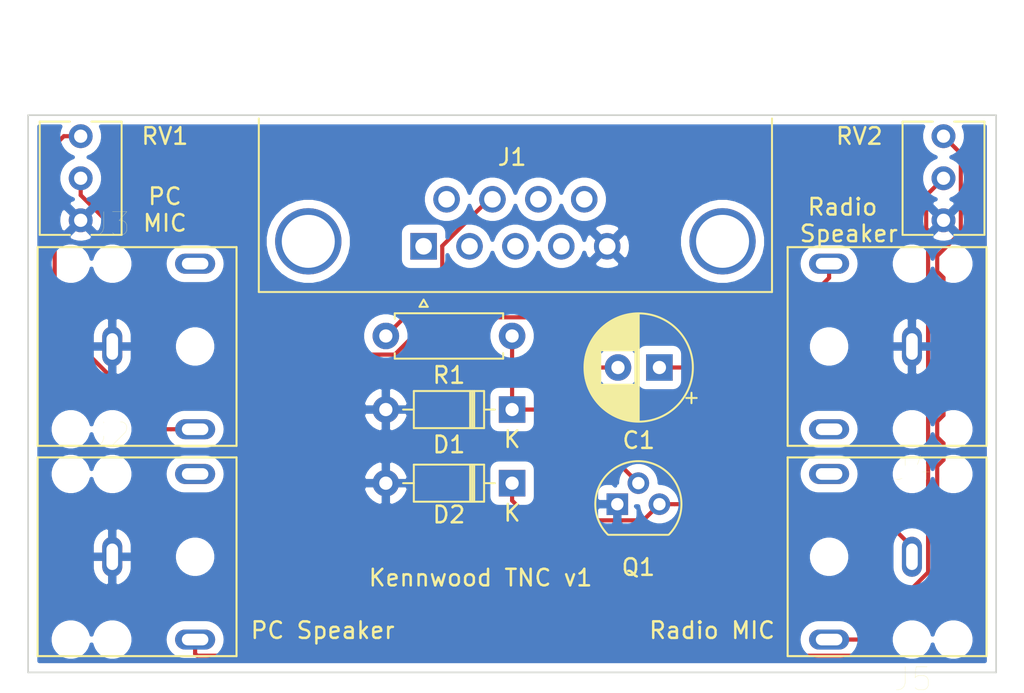
<source format=kicad_pcb>
(kicad_pcb (version 20171130) (host pcbnew "(5.1.5)-3")

  (general
    (thickness 1.6)
    (drawings 9)
    (tracks 55)
    (zones 0)
    (modules 12)
    (nets 21)
  )

  (page A4)
  (layers
    (0 F.Cu signal)
    (31 B.Cu signal)
    (32 B.Adhes user)
    (33 F.Adhes user)
    (34 B.Paste user)
    (35 F.Paste user)
    (36 B.SilkS user)
    (37 F.SilkS user)
    (38 B.Mask user)
    (39 F.Mask user)
    (40 Dwgs.User user)
    (41 Cmts.User user)
    (42 Eco1.User user)
    (43 Eco2.User user)
    (44 Edge.Cuts user)
    (45 Margin user)
    (46 B.CrtYd user)
    (47 F.CrtYd user)
    (48 B.Fab user)
    (49 F.Fab user hide)
  )

  (setup
    (last_trace_width 0.25)
    (trace_clearance 0.2)
    (zone_clearance 0.508)
    (zone_45_only no)
    (trace_min 0.2)
    (via_size 0.8)
    (via_drill 0.4)
    (via_min_size 0.45)
    (via_min_drill 0.3)
    (uvia_size 0.3)
    (uvia_drill 0.1)
    (uvias_allowed no)
    (uvia_min_size 0.2)
    (uvia_min_drill 0.1)
    (edge_width 0.05)
    (segment_width 0.2)
    (pcb_text_width 0.3)
    (pcb_text_size 1.5 1.5)
    (mod_edge_width 0.12)
    (mod_text_size 1 1)
    (mod_text_width 0.15)
    (pad_size 1.524 1.524)
    (pad_drill 0.762)
    (pad_to_mask_clearance 0.051)
    (solder_mask_min_width 0.25)
    (aux_axis_origin 0 0)
    (visible_elements 7FFFFFFF)
    (pcbplotparams
      (layerselection 0x010fc_ffffffff)
      (usegerberextensions false)
      (usegerberattributes false)
      (usegerberadvancedattributes false)
      (creategerberjobfile false)
      (excludeedgelayer true)
      (linewidth 0.100000)
      (plotframeref false)
      (viasonmask false)
      (mode 1)
      (useauxorigin false)
      (hpglpennumber 1)
      (hpglpenspeed 20)
      (hpglpendiameter 15.000000)
      (psnegative false)
      (psa4output false)
      (plotreference true)
      (plotvalue true)
      (plotinvisibletext false)
      (padsonsilk false)
      (subtractmaskfromsilk false)
      (outputformat 1)
      (mirror false)
      (drillshape 0)
      (scaleselection 1)
      (outputdirectory "plots"))
  )

  (net 0 "")
  (net 1 "Net-(C1-Pad1)")
  (net 2 "Net-(C1-Pad2)")
  (net 3 GND)
  (net 4 "Net-(D1-Pad1)")
  (net 5 "Net-(D2-Pad1)")
  (net 6 "Net-(J1-Pad1)")
  (net 7 "Net-(J1-Pad2)")
  (net 8 "Net-(J1-Pad3)")
  (net 9 "Net-(J1-Pad4)")
  (net 10 "Net-(J1-Pad6)")
  (net 11 "Net-(J1-Pad7)")
  (net 12 "Net-(J1-Pad8)")
  (net 13 "Net-(J1-Pad9)")
  (net 14 "Net-(J2-Pad2)")
  (net 15 "Net-(J2-Pad5)")
  (net 16 "Net-(J3-Pad2)")
  (net 17 "Net-(J3-Pad5)")
  (net 18 "Net-(J4-Pad2)")
  (net 19 "Net-(J5-Pad2)")
  (net 20 "Net-(J5-Pad5)")

  (net_class Default "Dies ist die voreingestellte Netzklasse."
    (clearance 0.2)
    (trace_width 0.25)
    (via_dia 0.8)
    (via_drill 0.4)
    (uvia_dia 0.3)
    (uvia_drill 0.1)
    (add_net GND)
    (add_net "Net-(C1-Pad1)")
    (add_net "Net-(C1-Pad2)")
    (add_net "Net-(D1-Pad1)")
    (add_net "Net-(D2-Pad1)")
    (add_net "Net-(J1-Pad1)")
    (add_net "Net-(J1-Pad2)")
    (add_net "Net-(J1-Pad3)")
    (add_net "Net-(J1-Pad4)")
    (add_net "Net-(J1-Pad6)")
    (add_net "Net-(J1-Pad7)")
    (add_net "Net-(J1-Pad8)")
    (add_net "Net-(J1-Pad9)")
    (add_net "Net-(J2-Pad2)")
    (add_net "Net-(J2-Pad5)")
    (add_net "Net-(J3-Pad2)")
    (add_net "Net-(J3-Pad5)")
    (add_net "Net-(J4-Pad2)")
    (add_net "Net-(J5-Pad2)")
    (add_net "Net-(J5-Pad5)")
  )

  (module FC68131:CLIFF_FC68131 (layer F.Cu) (tedit 5EBE3A7E) (tstamp 5EBEBA51)
    (at 100.33 46.99 180)
    (path /5EBF5C29)
    (fp_text reference J5 (at -0.055 -7.389) (layer F.SilkS)
      (effects (font (size 1.4 1.4) (thickness 0.015)))
    )
    (fp_text value "Radio Speaker" (at 7.057 7.361) (layer F.Fab)
      (effects (font (size 1.4 1.4) (thickness 0.015)))
    )
    (fp_line (start -4.75 -6.25) (end -4.75 -3.25) (layer F.CrtYd) (width 0.05))
    (fp_line (start 7.75 -6.25) (end -4.75 -6.25) (layer F.CrtYd) (width 0.05))
    (fp_line (start 7.75 6.25) (end 7.75 -6.25) (layer F.CrtYd) (width 0.05))
    (fp_line (start -4.75 6.25) (end 7.75 6.25) (layer F.CrtYd) (width 0.05))
    (fp_line (start -4.75 3.25) (end -4.75 6.25) (layer F.CrtYd) (width 0.05))
    (fp_line (start -6.75 3.25) (end -4.75 3.25) (layer F.CrtYd) (width 0.05))
    (fp_line (start -6.75 -3.25) (end -6.75 3.25) (layer F.CrtYd) (width 0.05))
    (fp_line (start -4.75 -3.25) (end -6.75 -3.25) (layer F.CrtYd) (width 0.05))
    (fp_text user PCB~EDGE (at -4.95 6.25) (layer F.Fab)
      (effects (font (size 0.32 0.32) (thickness 0.015)))
    )
    (fp_line (start -4.5 6) (end -4.5 -6) (layer F.SilkS) (width 0.127))
    (fp_line (start 7.5 6) (end -4.5 6) (layer F.SilkS) (width 0.127))
    (fp_line (start 7.5 -6) (end 7.5 6) (layer F.SilkS) (width 0.127))
    (fp_line (start -4.5 -6) (end 7.5 -6) (layer F.SilkS) (width 0.127))
    (fp_line (start -6.5 3) (end -4.5 3) (layer F.Fab) (width 0.127))
    (fp_line (start -6.5 -3) (end -6.5 3) (layer F.Fab) (width 0.127))
    (fp_line (start -4.5 -3) (end -6.5 -3) (layer F.Fab) (width 0.127))
    (fp_line (start 7.5 -6) (end 7.5 6) (layer F.Fab) (width 0.127))
    (fp_line (start -4.5 -6) (end 7.5 -6) (layer F.Fab) (width 0.127))
    (fp_line (start -4.5 -3) (end -4.5 -6) (layer F.Fab) (width 0.127))
    (fp_line (start -4.5 3) (end -4.5 -3) (layer F.Fab) (width 0.127))
    (fp_line (start -4.5 6) (end -4.5 3) (layer F.Fab) (width 0.127))
    (fp_line (start 7.5 6) (end -4.5 6) (layer F.Fab) (width 0.127))
    (pad None np_thru_hole circle (at -2.5 5 180) (size 1.3 1.3) (drill 1.3) (layers *.Cu *.Mask))
    (pad None np_thru_hole circle (at -2.5 -5 180) (size 1.3 1.3) (drill 1.3) (layers *.Cu *.Mask))
    (pad None np_thru_hole circle (at 0 -5 180) (size 1.3 1.3) (drill 1.3) (layers *.Cu *.Mask))
    (pad None np_thru_hole circle (at 0 5 180) (size 1.3 1.3) (drill 1.3) (layers *.Cu *.Mask))
    (pad None np_thru_hole circle (at 5 0 180) (size 1.3 1.3) (drill 1.3) (layers *.Cu *.Mask))
    (pad 2 thru_hole oval (at 5 -5 180) (size 2.416 1.208) (drill oval 1.6 0.7) (layers *.Cu *.Mask)
      (net 19 "Net-(J5-Pad2)"))
    (pad 5 thru_hole oval (at 5 5 180) (size 2.416 1.208) (drill oval 1.6 0.7) (layers *.Cu *.Mask)
      (net 20 "Net-(J5-Pad5)"))
    (pad 1 thru_hole oval (at 0 0 180) (size 1.208 2.416) (drill oval 0.7 1.6) (layers *.Cu *.Mask)
      (net 5 "Net-(D2-Pad1)"))
  )

  (module FC68131:CLIFF_FC68131 (layer F.Cu) (tedit 5EBE3A7E) (tstamp 5EBEBA2F)
    (at 100.33 34.29 180)
    (path /5EBF47A9)
    (fp_text reference J4 (at -0.055 -7.389) (layer F.SilkS)
      (effects (font (size 1.4 1.4) (thickness 0.015)))
    )
    (fp_text value "Radio MIC" (at 7.057 7.361) (layer F.Fab)
      (effects (font (size 1.4 1.4) (thickness 0.015)))
    )
    (fp_line (start -4.75 -6.25) (end -4.75 -3.25) (layer F.CrtYd) (width 0.05))
    (fp_line (start 7.75 -6.25) (end -4.75 -6.25) (layer F.CrtYd) (width 0.05))
    (fp_line (start 7.75 6.25) (end 7.75 -6.25) (layer F.CrtYd) (width 0.05))
    (fp_line (start -4.75 6.25) (end 7.75 6.25) (layer F.CrtYd) (width 0.05))
    (fp_line (start -4.75 3.25) (end -4.75 6.25) (layer F.CrtYd) (width 0.05))
    (fp_line (start -6.75 3.25) (end -4.75 3.25) (layer F.CrtYd) (width 0.05))
    (fp_line (start -6.75 -3.25) (end -6.75 3.25) (layer F.CrtYd) (width 0.05))
    (fp_line (start -4.75 -3.25) (end -6.75 -3.25) (layer F.CrtYd) (width 0.05))
    (fp_text user PCB~EDGE (at -4.95 6.25) (layer F.Fab)
      (effects (font (size 0.32 0.32) (thickness 0.015)))
    )
    (fp_line (start -4.5 6) (end -4.5 -6) (layer F.SilkS) (width 0.127))
    (fp_line (start 7.5 6) (end -4.5 6) (layer F.SilkS) (width 0.127))
    (fp_line (start 7.5 -6) (end 7.5 6) (layer F.SilkS) (width 0.127))
    (fp_line (start -4.5 -6) (end 7.5 -6) (layer F.SilkS) (width 0.127))
    (fp_line (start -6.5 3) (end -4.5 3) (layer F.Fab) (width 0.127))
    (fp_line (start -6.5 -3) (end -6.5 3) (layer F.Fab) (width 0.127))
    (fp_line (start -4.5 -3) (end -6.5 -3) (layer F.Fab) (width 0.127))
    (fp_line (start 7.5 -6) (end 7.5 6) (layer F.Fab) (width 0.127))
    (fp_line (start -4.5 -6) (end 7.5 -6) (layer F.Fab) (width 0.127))
    (fp_line (start -4.5 -3) (end -4.5 -6) (layer F.Fab) (width 0.127))
    (fp_line (start -4.5 3) (end -4.5 -3) (layer F.Fab) (width 0.127))
    (fp_line (start -4.5 6) (end -4.5 3) (layer F.Fab) (width 0.127))
    (fp_line (start 7.5 6) (end -4.5 6) (layer F.Fab) (width 0.127))
    (pad None np_thru_hole circle (at -2.5 5 180) (size 1.3 1.3) (drill 1.3) (layers *.Cu *.Mask))
    (pad None np_thru_hole circle (at -2.5 -5 180) (size 1.3 1.3) (drill 1.3) (layers *.Cu *.Mask))
    (pad None np_thru_hole circle (at 0 -5 180) (size 1.3 1.3) (drill 1.3) (layers *.Cu *.Mask))
    (pad None np_thru_hole circle (at 0 5 180) (size 1.3 1.3) (drill 1.3) (layers *.Cu *.Mask))
    (pad None np_thru_hole circle (at 5 0 180) (size 1.3 1.3) (drill 1.3) (layers *.Cu *.Mask))
    (pad 2 thru_hole oval (at 5 -5 180) (size 2.416 1.208) (drill oval 1.6 0.7) (layers *.Cu *.Mask)
      (net 18 "Net-(J4-Pad2)"))
    (pad 5 thru_hole oval (at 5 5 180) (size 2.416 1.208) (drill oval 1.6 0.7) (layers *.Cu *.Mask)
      (net 1 "Net-(C1-Pad1)"))
    (pad 1 thru_hole oval (at 0 0 180) (size 1.208 2.416) (drill oval 0.7 1.6) (layers *.Cu *.Mask)
      (net 3 GND))
  )

  (module FC68131:CLIFF_FC68131 (layer F.Cu) (tedit 5EBE3A7E) (tstamp 5EBEBA0D)
    (at 52.07 34.29)
    (path /5EBF33F7)
    (fp_text reference J3 (at -0.055 -7.389) (layer F.SilkS)
      (effects (font (size 1.4 1.4) (thickness 0.015)))
    )
    (fp_text value "PC MIC" (at 7.057 7.361) (layer F.Fab)
      (effects (font (size 1.4 1.4) (thickness 0.015)))
    )
    (fp_line (start -4.75 -6.25) (end -4.75 -3.25) (layer F.CrtYd) (width 0.05))
    (fp_line (start 7.75 -6.25) (end -4.75 -6.25) (layer F.CrtYd) (width 0.05))
    (fp_line (start 7.75 6.25) (end 7.75 -6.25) (layer F.CrtYd) (width 0.05))
    (fp_line (start -4.75 6.25) (end 7.75 6.25) (layer F.CrtYd) (width 0.05))
    (fp_line (start -4.75 3.25) (end -4.75 6.25) (layer F.CrtYd) (width 0.05))
    (fp_line (start -6.75 3.25) (end -4.75 3.25) (layer F.CrtYd) (width 0.05))
    (fp_line (start -6.75 -3.25) (end -6.75 3.25) (layer F.CrtYd) (width 0.05))
    (fp_line (start -4.75 -3.25) (end -6.75 -3.25) (layer F.CrtYd) (width 0.05))
    (fp_text user PCB~EDGE (at -4.95 6.25) (layer F.Fab)
      (effects (font (size 0.32 0.32) (thickness 0.015)))
    )
    (fp_line (start -4.5 6) (end -4.5 -6) (layer F.SilkS) (width 0.127))
    (fp_line (start 7.5 6) (end -4.5 6) (layer F.SilkS) (width 0.127))
    (fp_line (start 7.5 -6) (end 7.5 6) (layer F.SilkS) (width 0.127))
    (fp_line (start -4.5 -6) (end 7.5 -6) (layer F.SilkS) (width 0.127))
    (fp_line (start -6.5 3) (end -4.5 3) (layer F.Fab) (width 0.127))
    (fp_line (start -6.5 -3) (end -6.5 3) (layer F.Fab) (width 0.127))
    (fp_line (start -4.5 -3) (end -6.5 -3) (layer F.Fab) (width 0.127))
    (fp_line (start 7.5 -6) (end 7.5 6) (layer F.Fab) (width 0.127))
    (fp_line (start -4.5 -6) (end 7.5 -6) (layer F.Fab) (width 0.127))
    (fp_line (start -4.5 -3) (end -4.5 -6) (layer F.Fab) (width 0.127))
    (fp_line (start -4.5 3) (end -4.5 -3) (layer F.Fab) (width 0.127))
    (fp_line (start -4.5 6) (end -4.5 3) (layer F.Fab) (width 0.127))
    (fp_line (start 7.5 6) (end -4.5 6) (layer F.Fab) (width 0.127))
    (pad None np_thru_hole circle (at -2.5 5) (size 1.3 1.3) (drill 1.3) (layers *.Cu *.Mask))
    (pad None np_thru_hole circle (at -2.5 -5) (size 1.3 1.3) (drill 1.3) (layers *.Cu *.Mask))
    (pad None np_thru_hole circle (at 0 -5) (size 1.3 1.3) (drill 1.3) (layers *.Cu *.Mask))
    (pad None np_thru_hole circle (at 0 5) (size 1.3 1.3) (drill 1.3) (layers *.Cu *.Mask))
    (pad None np_thru_hole circle (at 5 0) (size 1.3 1.3) (drill 1.3) (layers *.Cu *.Mask))
    (pad 2 thru_hole oval (at 5 -5) (size 2.416 1.208) (drill oval 1.6 0.7) (layers *.Cu *.Mask)
      (net 16 "Net-(J3-Pad2)"))
    (pad 5 thru_hole oval (at 5 5) (size 2.416 1.208) (drill oval 1.6 0.7) (layers *.Cu *.Mask)
      (net 17 "Net-(J3-Pad5)"))
    (pad 1 thru_hole oval (at 0 0) (size 1.208 2.416) (drill oval 0.7 1.6) (layers *.Cu *.Mask)
      (net 3 GND))
  )

  (module FC68131:CLIFF_FC68131 (layer F.Cu) (tedit 5EBE3A7E) (tstamp 5EBEB9EB)
    (at 52.07 46.99)
    (path /5EBF72F1)
    (fp_text reference J2 (at -0.055 -7.389) (layer F.SilkS)
      (effects (font (size 1.4 1.4) (thickness 0.015)))
    )
    (fp_text value "PC Speaker" (at 7.057 7.361) (layer F.Fab)
      (effects (font (size 1.4 1.4) (thickness 0.015)))
    )
    (fp_line (start -4.75 -6.25) (end -4.75 -3.25) (layer F.CrtYd) (width 0.05))
    (fp_line (start 7.75 -6.25) (end -4.75 -6.25) (layer F.CrtYd) (width 0.05))
    (fp_line (start 7.75 6.25) (end 7.75 -6.25) (layer F.CrtYd) (width 0.05))
    (fp_line (start -4.75 6.25) (end 7.75 6.25) (layer F.CrtYd) (width 0.05))
    (fp_line (start -4.75 3.25) (end -4.75 6.25) (layer F.CrtYd) (width 0.05))
    (fp_line (start -6.75 3.25) (end -4.75 3.25) (layer F.CrtYd) (width 0.05))
    (fp_line (start -6.75 -3.25) (end -6.75 3.25) (layer F.CrtYd) (width 0.05))
    (fp_line (start -4.75 -3.25) (end -6.75 -3.25) (layer F.CrtYd) (width 0.05))
    (fp_text user PCB~EDGE (at -4.95 6.25) (layer F.Fab)
      (effects (font (size 0.32 0.32) (thickness 0.015)))
    )
    (fp_line (start -4.5 6) (end -4.5 -6) (layer F.SilkS) (width 0.127))
    (fp_line (start 7.5 6) (end -4.5 6) (layer F.SilkS) (width 0.127))
    (fp_line (start 7.5 -6) (end 7.5 6) (layer F.SilkS) (width 0.127))
    (fp_line (start -4.5 -6) (end 7.5 -6) (layer F.SilkS) (width 0.127))
    (fp_line (start -6.5 3) (end -4.5 3) (layer F.Fab) (width 0.127))
    (fp_line (start -6.5 -3) (end -6.5 3) (layer F.Fab) (width 0.127))
    (fp_line (start -4.5 -3) (end -6.5 -3) (layer F.Fab) (width 0.127))
    (fp_line (start 7.5 -6) (end 7.5 6) (layer F.Fab) (width 0.127))
    (fp_line (start -4.5 -6) (end 7.5 -6) (layer F.Fab) (width 0.127))
    (fp_line (start -4.5 -3) (end -4.5 -6) (layer F.Fab) (width 0.127))
    (fp_line (start -4.5 3) (end -4.5 -3) (layer F.Fab) (width 0.127))
    (fp_line (start -4.5 6) (end -4.5 3) (layer F.Fab) (width 0.127))
    (fp_line (start 7.5 6) (end -4.5 6) (layer F.Fab) (width 0.127))
    (pad None np_thru_hole circle (at -2.5 5) (size 1.3 1.3) (drill 1.3) (layers *.Cu *.Mask))
    (pad None np_thru_hole circle (at -2.5 -5) (size 1.3 1.3) (drill 1.3) (layers *.Cu *.Mask))
    (pad None np_thru_hole circle (at 0 -5) (size 1.3 1.3) (drill 1.3) (layers *.Cu *.Mask))
    (pad None np_thru_hole circle (at 0 5) (size 1.3 1.3) (drill 1.3) (layers *.Cu *.Mask))
    (pad None np_thru_hole circle (at 5 0) (size 1.3 1.3) (drill 1.3) (layers *.Cu *.Mask))
    (pad 2 thru_hole oval (at 5 -5) (size 2.416 1.208) (drill oval 1.6 0.7) (layers *.Cu *.Mask)
      (net 14 "Net-(J2-Pad2)"))
    (pad 5 thru_hole oval (at 5 5) (size 2.416 1.208) (drill oval 1.6 0.7) (layers *.Cu *.Mask)
      (net 15 "Net-(J2-Pad5)"))
    (pad 1 thru_hole oval (at 0 0) (size 1.208 2.416) (drill oval 0.7 1.6) (layers *.Cu *.Mask)
      (net 3 GND))
  )

  (module Capacitor_THT:CP_Radial_D6.3mm_P2.50mm (layer F.Cu) (tedit 5AE50EF0) (tstamp 5EBD1243)
    (at 85.09 35.56 180)
    (descr "CP, Radial series, Radial, pin pitch=2.50mm, , diameter=6.3mm, Electrolytic Capacitor")
    (tags "CP Radial series Radial pin pitch 2.50mm  diameter 6.3mm Electrolytic Capacitor")
    (path /5EB8FBCF)
    (fp_text reference C1 (at 1.25 -4.4) (layer F.SilkS)
      (effects (font (size 1 1) (thickness 0.15)))
    )
    (fp_text value CP (at 1.25 4.4) (layer F.Fab)
      (effects (font (size 1 1) (thickness 0.15)))
    )
    (fp_text user %R (at 1.25 0) (layer F.Fab)
      (effects (font (size 1 1) (thickness 0.15)))
    )
    (fp_line (start -1.935241 -2.154) (end -1.935241 -1.524) (layer F.SilkS) (width 0.12))
    (fp_line (start -2.250241 -1.839) (end -1.620241 -1.839) (layer F.SilkS) (width 0.12))
    (fp_line (start 4.491 -0.402) (end 4.491 0.402) (layer F.SilkS) (width 0.12))
    (fp_line (start 4.451 -0.633) (end 4.451 0.633) (layer F.SilkS) (width 0.12))
    (fp_line (start 4.411 -0.802) (end 4.411 0.802) (layer F.SilkS) (width 0.12))
    (fp_line (start 4.371 -0.94) (end 4.371 0.94) (layer F.SilkS) (width 0.12))
    (fp_line (start 4.331 -1.059) (end 4.331 1.059) (layer F.SilkS) (width 0.12))
    (fp_line (start 4.291 -1.165) (end 4.291 1.165) (layer F.SilkS) (width 0.12))
    (fp_line (start 4.251 -1.262) (end 4.251 1.262) (layer F.SilkS) (width 0.12))
    (fp_line (start 4.211 -1.35) (end 4.211 1.35) (layer F.SilkS) (width 0.12))
    (fp_line (start 4.171 -1.432) (end 4.171 1.432) (layer F.SilkS) (width 0.12))
    (fp_line (start 4.131 -1.509) (end 4.131 1.509) (layer F.SilkS) (width 0.12))
    (fp_line (start 4.091 -1.581) (end 4.091 1.581) (layer F.SilkS) (width 0.12))
    (fp_line (start 4.051 -1.65) (end 4.051 1.65) (layer F.SilkS) (width 0.12))
    (fp_line (start 4.011 -1.714) (end 4.011 1.714) (layer F.SilkS) (width 0.12))
    (fp_line (start 3.971 -1.776) (end 3.971 1.776) (layer F.SilkS) (width 0.12))
    (fp_line (start 3.931 -1.834) (end 3.931 1.834) (layer F.SilkS) (width 0.12))
    (fp_line (start 3.891 -1.89) (end 3.891 1.89) (layer F.SilkS) (width 0.12))
    (fp_line (start 3.851 -1.944) (end 3.851 1.944) (layer F.SilkS) (width 0.12))
    (fp_line (start 3.811 -1.995) (end 3.811 1.995) (layer F.SilkS) (width 0.12))
    (fp_line (start 3.771 -2.044) (end 3.771 2.044) (layer F.SilkS) (width 0.12))
    (fp_line (start 3.731 -2.092) (end 3.731 2.092) (layer F.SilkS) (width 0.12))
    (fp_line (start 3.691 -2.137) (end 3.691 2.137) (layer F.SilkS) (width 0.12))
    (fp_line (start 3.651 -2.182) (end 3.651 2.182) (layer F.SilkS) (width 0.12))
    (fp_line (start 3.611 -2.224) (end 3.611 2.224) (layer F.SilkS) (width 0.12))
    (fp_line (start 3.571 -2.265) (end 3.571 2.265) (layer F.SilkS) (width 0.12))
    (fp_line (start 3.531 1.04) (end 3.531 2.305) (layer F.SilkS) (width 0.12))
    (fp_line (start 3.531 -2.305) (end 3.531 -1.04) (layer F.SilkS) (width 0.12))
    (fp_line (start 3.491 1.04) (end 3.491 2.343) (layer F.SilkS) (width 0.12))
    (fp_line (start 3.491 -2.343) (end 3.491 -1.04) (layer F.SilkS) (width 0.12))
    (fp_line (start 3.451 1.04) (end 3.451 2.38) (layer F.SilkS) (width 0.12))
    (fp_line (start 3.451 -2.38) (end 3.451 -1.04) (layer F.SilkS) (width 0.12))
    (fp_line (start 3.411 1.04) (end 3.411 2.416) (layer F.SilkS) (width 0.12))
    (fp_line (start 3.411 -2.416) (end 3.411 -1.04) (layer F.SilkS) (width 0.12))
    (fp_line (start 3.371 1.04) (end 3.371 2.45) (layer F.SilkS) (width 0.12))
    (fp_line (start 3.371 -2.45) (end 3.371 -1.04) (layer F.SilkS) (width 0.12))
    (fp_line (start 3.331 1.04) (end 3.331 2.484) (layer F.SilkS) (width 0.12))
    (fp_line (start 3.331 -2.484) (end 3.331 -1.04) (layer F.SilkS) (width 0.12))
    (fp_line (start 3.291 1.04) (end 3.291 2.516) (layer F.SilkS) (width 0.12))
    (fp_line (start 3.291 -2.516) (end 3.291 -1.04) (layer F.SilkS) (width 0.12))
    (fp_line (start 3.251 1.04) (end 3.251 2.548) (layer F.SilkS) (width 0.12))
    (fp_line (start 3.251 -2.548) (end 3.251 -1.04) (layer F.SilkS) (width 0.12))
    (fp_line (start 3.211 1.04) (end 3.211 2.578) (layer F.SilkS) (width 0.12))
    (fp_line (start 3.211 -2.578) (end 3.211 -1.04) (layer F.SilkS) (width 0.12))
    (fp_line (start 3.171 1.04) (end 3.171 2.607) (layer F.SilkS) (width 0.12))
    (fp_line (start 3.171 -2.607) (end 3.171 -1.04) (layer F.SilkS) (width 0.12))
    (fp_line (start 3.131 1.04) (end 3.131 2.636) (layer F.SilkS) (width 0.12))
    (fp_line (start 3.131 -2.636) (end 3.131 -1.04) (layer F.SilkS) (width 0.12))
    (fp_line (start 3.091 1.04) (end 3.091 2.664) (layer F.SilkS) (width 0.12))
    (fp_line (start 3.091 -2.664) (end 3.091 -1.04) (layer F.SilkS) (width 0.12))
    (fp_line (start 3.051 1.04) (end 3.051 2.69) (layer F.SilkS) (width 0.12))
    (fp_line (start 3.051 -2.69) (end 3.051 -1.04) (layer F.SilkS) (width 0.12))
    (fp_line (start 3.011 1.04) (end 3.011 2.716) (layer F.SilkS) (width 0.12))
    (fp_line (start 3.011 -2.716) (end 3.011 -1.04) (layer F.SilkS) (width 0.12))
    (fp_line (start 2.971 1.04) (end 2.971 2.742) (layer F.SilkS) (width 0.12))
    (fp_line (start 2.971 -2.742) (end 2.971 -1.04) (layer F.SilkS) (width 0.12))
    (fp_line (start 2.931 1.04) (end 2.931 2.766) (layer F.SilkS) (width 0.12))
    (fp_line (start 2.931 -2.766) (end 2.931 -1.04) (layer F.SilkS) (width 0.12))
    (fp_line (start 2.891 1.04) (end 2.891 2.79) (layer F.SilkS) (width 0.12))
    (fp_line (start 2.891 -2.79) (end 2.891 -1.04) (layer F.SilkS) (width 0.12))
    (fp_line (start 2.851 1.04) (end 2.851 2.812) (layer F.SilkS) (width 0.12))
    (fp_line (start 2.851 -2.812) (end 2.851 -1.04) (layer F.SilkS) (width 0.12))
    (fp_line (start 2.811 1.04) (end 2.811 2.834) (layer F.SilkS) (width 0.12))
    (fp_line (start 2.811 -2.834) (end 2.811 -1.04) (layer F.SilkS) (width 0.12))
    (fp_line (start 2.771 1.04) (end 2.771 2.856) (layer F.SilkS) (width 0.12))
    (fp_line (start 2.771 -2.856) (end 2.771 -1.04) (layer F.SilkS) (width 0.12))
    (fp_line (start 2.731 1.04) (end 2.731 2.876) (layer F.SilkS) (width 0.12))
    (fp_line (start 2.731 -2.876) (end 2.731 -1.04) (layer F.SilkS) (width 0.12))
    (fp_line (start 2.691 1.04) (end 2.691 2.896) (layer F.SilkS) (width 0.12))
    (fp_line (start 2.691 -2.896) (end 2.691 -1.04) (layer F.SilkS) (width 0.12))
    (fp_line (start 2.651 1.04) (end 2.651 2.916) (layer F.SilkS) (width 0.12))
    (fp_line (start 2.651 -2.916) (end 2.651 -1.04) (layer F.SilkS) (width 0.12))
    (fp_line (start 2.611 1.04) (end 2.611 2.934) (layer F.SilkS) (width 0.12))
    (fp_line (start 2.611 -2.934) (end 2.611 -1.04) (layer F.SilkS) (width 0.12))
    (fp_line (start 2.571 1.04) (end 2.571 2.952) (layer F.SilkS) (width 0.12))
    (fp_line (start 2.571 -2.952) (end 2.571 -1.04) (layer F.SilkS) (width 0.12))
    (fp_line (start 2.531 1.04) (end 2.531 2.97) (layer F.SilkS) (width 0.12))
    (fp_line (start 2.531 -2.97) (end 2.531 -1.04) (layer F.SilkS) (width 0.12))
    (fp_line (start 2.491 1.04) (end 2.491 2.986) (layer F.SilkS) (width 0.12))
    (fp_line (start 2.491 -2.986) (end 2.491 -1.04) (layer F.SilkS) (width 0.12))
    (fp_line (start 2.451 1.04) (end 2.451 3.002) (layer F.SilkS) (width 0.12))
    (fp_line (start 2.451 -3.002) (end 2.451 -1.04) (layer F.SilkS) (width 0.12))
    (fp_line (start 2.411 1.04) (end 2.411 3.018) (layer F.SilkS) (width 0.12))
    (fp_line (start 2.411 -3.018) (end 2.411 -1.04) (layer F.SilkS) (width 0.12))
    (fp_line (start 2.371 1.04) (end 2.371 3.033) (layer F.SilkS) (width 0.12))
    (fp_line (start 2.371 -3.033) (end 2.371 -1.04) (layer F.SilkS) (width 0.12))
    (fp_line (start 2.331 1.04) (end 2.331 3.047) (layer F.SilkS) (width 0.12))
    (fp_line (start 2.331 -3.047) (end 2.331 -1.04) (layer F.SilkS) (width 0.12))
    (fp_line (start 2.291 1.04) (end 2.291 3.061) (layer F.SilkS) (width 0.12))
    (fp_line (start 2.291 -3.061) (end 2.291 -1.04) (layer F.SilkS) (width 0.12))
    (fp_line (start 2.251 1.04) (end 2.251 3.074) (layer F.SilkS) (width 0.12))
    (fp_line (start 2.251 -3.074) (end 2.251 -1.04) (layer F.SilkS) (width 0.12))
    (fp_line (start 2.211 1.04) (end 2.211 3.086) (layer F.SilkS) (width 0.12))
    (fp_line (start 2.211 -3.086) (end 2.211 -1.04) (layer F.SilkS) (width 0.12))
    (fp_line (start 2.171 1.04) (end 2.171 3.098) (layer F.SilkS) (width 0.12))
    (fp_line (start 2.171 -3.098) (end 2.171 -1.04) (layer F.SilkS) (width 0.12))
    (fp_line (start 2.131 1.04) (end 2.131 3.11) (layer F.SilkS) (width 0.12))
    (fp_line (start 2.131 -3.11) (end 2.131 -1.04) (layer F.SilkS) (width 0.12))
    (fp_line (start 2.091 1.04) (end 2.091 3.121) (layer F.SilkS) (width 0.12))
    (fp_line (start 2.091 -3.121) (end 2.091 -1.04) (layer F.SilkS) (width 0.12))
    (fp_line (start 2.051 1.04) (end 2.051 3.131) (layer F.SilkS) (width 0.12))
    (fp_line (start 2.051 -3.131) (end 2.051 -1.04) (layer F.SilkS) (width 0.12))
    (fp_line (start 2.011 1.04) (end 2.011 3.141) (layer F.SilkS) (width 0.12))
    (fp_line (start 2.011 -3.141) (end 2.011 -1.04) (layer F.SilkS) (width 0.12))
    (fp_line (start 1.971 1.04) (end 1.971 3.15) (layer F.SilkS) (width 0.12))
    (fp_line (start 1.971 -3.15) (end 1.971 -1.04) (layer F.SilkS) (width 0.12))
    (fp_line (start 1.93 1.04) (end 1.93 3.159) (layer F.SilkS) (width 0.12))
    (fp_line (start 1.93 -3.159) (end 1.93 -1.04) (layer F.SilkS) (width 0.12))
    (fp_line (start 1.89 1.04) (end 1.89 3.167) (layer F.SilkS) (width 0.12))
    (fp_line (start 1.89 -3.167) (end 1.89 -1.04) (layer F.SilkS) (width 0.12))
    (fp_line (start 1.85 1.04) (end 1.85 3.175) (layer F.SilkS) (width 0.12))
    (fp_line (start 1.85 -3.175) (end 1.85 -1.04) (layer F.SilkS) (width 0.12))
    (fp_line (start 1.81 1.04) (end 1.81 3.182) (layer F.SilkS) (width 0.12))
    (fp_line (start 1.81 -3.182) (end 1.81 -1.04) (layer F.SilkS) (width 0.12))
    (fp_line (start 1.77 1.04) (end 1.77 3.189) (layer F.SilkS) (width 0.12))
    (fp_line (start 1.77 -3.189) (end 1.77 -1.04) (layer F.SilkS) (width 0.12))
    (fp_line (start 1.73 1.04) (end 1.73 3.195) (layer F.SilkS) (width 0.12))
    (fp_line (start 1.73 -3.195) (end 1.73 -1.04) (layer F.SilkS) (width 0.12))
    (fp_line (start 1.69 1.04) (end 1.69 3.201) (layer F.SilkS) (width 0.12))
    (fp_line (start 1.69 -3.201) (end 1.69 -1.04) (layer F.SilkS) (width 0.12))
    (fp_line (start 1.65 1.04) (end 1.65 3.206) (layer F.SilkS) (width 0.12))
    (fp_line (start 1.65 -3.206) (end 1.65 -1.04) (layer F.SilkS) (width 0.12))
    (fp_line (start 1.61 1.04) (end 1.61 3.211) (layer F.SilkS) (width 0.12))
    (fp_line (start 1.61 -3.211) (end 1.61 -1.04) (layer F.SilkS) (width 0.12))
    (fp_line (start 1.57 1.04) (end 1.57 3.215) (layer F.SilkS) (width 0.12))
    (fp_line (start 1.57 -3.215) (end 1.57 -1.04) (layer F.SilkS) (width 0.12))
    (fp_line (start 1.53 1.04) (end 1.53 3.218) (layer F.SilkS) (width 0.12))
    (fp_line (start 1.53 -3.218) (end 1.53 -1.04) (layer F.SilkS) (width 0.12))
    (fp_line (start 1.49 1.04) (end 1.49 3.222) (layer F.SilkS) (width 0.12))
    (fp_line (start 1.49 -3.222) (end 1.49 -1.04) (layer F.SilkS) (width 0.12))
    (fp_line (start 1.45 -3.224) (end 1.45 3.224) (layer F.SilkS) (width 0.12))
    (fp_line (start 1.41 -3.227) (end 1.41 3.227) (layer F.SilkS) (width 0.12))
    (fp_line (start 1.37 -3.228) (end 1.37 3.228) (layer F.SilkS) (width 0.12))
    (fp_line (start 1.33 -3.23) (end 1.33 3.23) (layer F.SilkS) (width 0.12))
    (fp_line (start 1.29 -3.23) (end 1.29 3.23) (layer F.SilkS) (width 0.12))
    (fp_line (start 1.25 -3.23) (end 1.25 3.23) (layer F.SilkS) (width 0.12))
    (fp_line (start -1.128972 -1.6885) (end -1.128972 -1.0585) (layer F.Fab) (width 0.1))
    (fp_line (start -1.443972 -1.3735) (end -0.813972 -1.3735) (layer F.Fab) (width 0.1))
    (fp_circle (center 1.25 0) (end 4.65 0) (layer F.CrtYd) (width 0.05))
    (fp_circle (center 1.25 0) (end 4.52 0) (layer F.SilkS) (width 0.12))
    (fp_circle (center 1.25 0) (end 4.4 0) (layer F.Fab) (width 0.1))
    (pad 2 thru_hole circle (at 2.5 0 180) (size 1.6 1.6) (drill 0.8) (layers *.Cu *.Mask)
      (net 2 "Net-(C1-Pad2)"))
    (pad 1 thru_hole rect (at 0 0 180) (size 1.6 1.6) (drill 0.8) (layers *.Cu *.Mask)
      (net 1 "Net-(C1-Pad1)"))
    (model ${KISYS3DMOD}/Capacitor_THT.3dshapes/CP_Radial_D6.3mm_P2.50mm.wrl
      (at (xyz 0 0 0))
      (scale (xyz 1 1 1))
      (rotate (xyz 0 0 0))
    )
  )

  (module Package_TO_SOT_THT:TO-92 (layer F.Cu) (tedit 5A279852) (tstamp 5EBD133A)
    (at 82.55 43.815)
    (descr "TO-92 leads molded, narrow, drill 0.75mm (see NXP sot054_po.pdf)")
    (tags "to-92 sc-43 sc-43a sot54 PA33 transistor")
    (path /5EBE61DC)
    (fp_text reference Q1 (at 1.27 3.81) (layer F.SilkS)
      (effects (font (size 1 1) (thickness 0.15)))
    )
    (fp_text value BC547C (at 1.27 2.79) (layer F.Fab)
      (effects (font (size 1 1) (thickness 0.15)))
    )
    (fp_arc (start 1.27 0) (end 1.27 -2.6) (angle 135) (layer F.SilkS) (width 0.12))
    (fp_arc (start 1.27 0) (end 1.27 -2.48) (angle -135) (layer F.Fab) (width 0.1))
    (fp_arc (start 1.27 0) (end 1.27 -2.6) (angle -135) (layer F.SilkS) (width 0.12))
    (fp_arc (start 1.27 0) (end 1.27 -2.48) (angle 135) (layer F.Fab) (width 0.1))
    (fp_line (start 4 2.01) (end -1.46 2.01) (layer F.CrtYd) (width 0.05))
    (fp_line (start 4 2.01) (end 4 -2.73) (layer F.CrtYd) (width 0.05))
    (fp_line (start -1.46 -2.73) (end -1.46 2.01) (layer F.CrtYd) (width 0.05))
    (fp_line (start -1.46 -2.73) (end 4 -2.73) (layer F.CrtYd) (width 0.05))
    (fp_line (start -0.5 1.75) (end 3 1.75) (layer F.Fab) (width 0.1))
    (fp_line (start -0.53 1.85) (end 3.07 1.85) (layer F.SilkS) (width 0.12))
    (fp_text user %R (at 1.27 -3.56) (layer F.Fab)
      (effects (font (size 1 1) (thickness 0.15)))
    )
    (pad 1 thru_hole rect (at 0 0 90) (size 1.3 1.3) (drill 0.75) (layers *.Cu *.Mask)
      (net 3 GND))
    (pad 3 thru_hole circle (at 2.54 0 90) (size 1.3 1.3) (drill 0.75) (layers *.Cu *.Mask)
      (net 5 "Net-(D2-Pad1)"))
    (pad 2 thru_hole circle (at 1.27 -1.27 90) (size 1.3 1.3) (drill 0.75) (layers *.Cu *.Mask)
      (net 4 "Net-(D1-Pad1)"))
    (model ${KISYS3DMOD}/Package_TO_SOT_THT.3dshapes/TO-92.wrl
      (at (xyz 0 0 0))
      (scale (xyz 1 1 1))
      (rotate (xyz 0 0 0))
    )
  )

  (module Potentiometer_THT:Potentiometer_Vishay_T73XW_Horizontal (layer F.Cu) (tedit 5A3D4993) (tstamp 5EBD4FFC)
    (at 50.165 21.59)
    (descr "Potentiometer, horizontal, Vishay T73XW, http://www.vishay.com/docs/51016/t73.pdf")
    (tags "Potentiometer horizontal Vishay T73XW")
    (path /5EBD4DB1)
    (fp_text reference RV1 (at 5.08 0) (layer F.SilkS)
      (effects (font (size 1 1) (thickness 0.15)))
    )
    (fp_text value R_POT (at 0 7.09) (layer F.Fab)
      (effects (font (size 1 1) (thickness 0.15)))
    )
    (fp_text user %R (at 0 2.54) (layer F.Fab)
      (effects (font (size 1 1) (thickness 0.15)))
    )
    (fp_line (start 2.6 -1.05) (end -2.6 -1.05) (layer F.CrtYd) (width 0.05))
    (fp_line (start 2.6 6.1) (end 2.6 -1.05) (layer F.CrtYd) (width 0.05))
    (fp_line (start -2.6 6.1) (end 2.6 6.1) (layer F.CrtYd) (width 0.05))
    (fp_line (start -2.6 -1.05) (end -2.6 6.1) (layer F.CrtYd) (width 0.05))
    (fp_line (start -2.47 -0.88) (end -2.47 5.96) (layer F.SilkS) (width 0.12))
    (fp_line (start 2.47 -0.88) (end 2.47 5.96) (layer F.SilkS) (width 0.12))
    (fp_line (start 0.65 5.96) (end 2.47 5.96) (layer F.SilkS) (width 0.12))
    (fp_line (start -2.47 5.96) (end -0.65 5.96) (layer F.SilkS) (width 0.12))
    (fp_line (start 0.65 -0.88) (end 2.47 -0.88) (layer F.SilkS) (width 0.12))
    (fp_line (start -2.47 -0.88) (end -0.65 -0.88) (layer F.SilkS) (width 0.12))
    (fp_line (start -2.35 -0.76) (end 2.35 -0.76) (layer F.Fab) (width 0.1))
    (fp_line (start -2.35 5.84) (end -2.35 -0.76) (layer F.Fab) (width 0.1))
    (fp_line (start 2.35 5.84) (end -2.35 5.84) (layer F.Fab) (width 0.1))
    (fp_line (start 2.35 -0.76) (end 2.35 5.84) (layer F.Fab) (width 0.1))
    (pad 1 thru_hole circle (at 0 0) (size 1.44 1.44) (drill 0.8) (layers *.Cu *.Mask)
      (net 17 "Net-(J3-Pad5)"))
    (pad 2 thru_hole circle (at 0 2.54) (size 1.44 1.44) (drill 0.8) (layers *.Cu *.Mask)
      (net 2 "Net-(C1-Pad2)"))
    (pad 3 thru_hole circle (at 0 5.08) (size 1.44 1.44) (drill 0.8) (layers *.Cu *.Mask)
      (net 3 GND))
    (model ${KISYS3DMOD}/Potentiometer_THT.3dshapes/Potentiometer_Vishay_T73XW_Horizontal.wrl
      (at (xyz 0 0 0))
      (scale (xyz 1 1 1))
      (rotate (xyz 0 0 0))
    )
  )

  (module Diode_THT:D_DO-35_SOD27_P7.62mm_Horizontal (layer F.Cu) (tedit 5AE50CD5) (tstamp 5EBD1262)
    (at 76.2 38.1 180)
    (descr "Diode, DO-35_SOD27 series, Axial, Horizontal, pin pitch=7.62mm, , length*diameter=4*2mm^2, , http://www.diodes.com/_files/packages/DO-35.pdf")
    (tags "Diode DO-35_SOD27 series Axial Horizontal pin pitch 7.62mm  length 4mm diameter 2mm")
    (path /5EBD4C4F)
    (fp_text reference D1 (at 3.81 -2.12) (layer F.SilkS)
      (effects (font (size 1 1) (thickness 0.15)))
    )
    (fp_text value 1N4148 (at 3.81 2.12) (layer F.Fab)
      (effects (font (size 1 1) (thickness 0.15)))
    )
    (fp_text user K (at 0 -1.8) (layer F.SilkS)
      (effects (font (size 1 1) (thickness 0.15)))
    )
    (fp_text user K (at 0 -1.8) (layer F.Fab)
      (effects (font (size 1 1) (thickness 0.15)))
    )
    (fp_text user %R (at 4.11 0) (layer F.Fab)
      (effects (font (size 0.8 0.8) (thickness 0.12)))
    )
    (fp_line (start 8.67 -1.25) (end -1.05 -1.25) (layer F.CrtYd) (width 0.05))
    (fp_line (start 8.67 1.25) (end 8.67 -1.25) (layer F.CrtYd) (width 0.05))
    (fp_line (start -1.05 1.25) (end 8.67 1.25) (layer F.CrtYd) (width 0.05))
    (fp_line (start -1.05 -1.25) (end -1.05 1.25) (layer F.CrtYd) (width 0.05))
    (fp_line (start 2.29 -1.12) (end 2.29 1.12) (layer F.SilkS) (width 0.12))
    (fp_line (start 2.53 -1.12) (end 2.53 1.12) (layer F.SilkS) (width 0.12))
    (fp_line (start 2.41 -1.12) (end 2.41 1.12) (layer F.SilkS) (width 0.12))
    (fp_line (start 6.58 0) (end 5.93 0) (layer F.SilkS) (width 0.12))
    (fp_line (start 1.04 0) (end 1.69 0) (layer F.SilkS) (width 0.12))
    (fp_line (start 5.93 -1.12) (end 1.69 -1.12) (layer F.SilkS) (width 0.12))
    (fp_line (start 5.93 1.12) (end 5.93 -1.12) (layer F.SilkS) (width 0.12))
    (fp_line (start 1.69 1.12) (end 5.93 1.12) (layer F.SilkS) (width 0.12))
    (fp_line (start 1.69 -1.12) (end 1.69 1.12) (layer F.SilkS) (width 0.12))
    (fp_line (start 2.31 -1) (end 2.31 1) (layer F.Fab) (width 0.1))
    (fp_line (start 2.51 -1) (end 2.51 1) (layer F.Fab) (width 0.1))
    (fp_line (start 2.41 -1) (end 2.41 1) (layer F.Fab) (width 0.1))
    (fp_line (start 7.62 0) (end 5.81 0) (layer F.Fab) (width 0.1))
    (fp_line (start 0 0) (end 1.81 0) (layer F.Fab) (width 0.1))
    (fp_line (start 5.81 -1) (end 1.81 -1) (layer F.Fab) (width 0.1))
    (fp_line (start 5.81 1) (end 5.81 -1) (layer F.Fab) (width 0.1))
    (fp_line (start 1.81 1) (end 5.81 1) (layer F.Fab) (width 0.1))
    (fp_line (start 1.81 -1) (end 1.81 1) (layer F.Fab) (width 0.1))
    (pad 2 thru_hole oval (at 7.62 0 180) (size 1.6 1.6) (drill 0.8) (layers *.Cu *.Mask)
      (net 3 GND))
    (pad 1 thru_hole rect (at 0 0 180) (size 1.6 1.6) (drill 0.8) (layers *.Cu *.Mask)
      (net 4 "Net-(D1-Pad1)"))
    (model ${KISYS3DMOD}/Diode_THT.3dshapes/D_DO-35_SOD27_P7.62mm_Horizontal.wrl
      (at (xyz 0 0 0))
      (scale (xyz 1 1 1))
      (rotate (xyz 0 0 0))
    )
  )

  (module Diode_THT:D_DO-35_SOD27_P7.62mm_Horizontal (layer F.Cu) (tedit 5AE50CD5) (tstamp 5EBD1281)
    (at 76.2 42.545 180)
    (descr "Diode, DO-35_SOD27 series, Axial, Horizontal, pin pitch=7.62mm, , length*diameter=4*2mm^2, , http://www.diodes.com/_files/packages/DO-35.pdf")
    (tags "Diode DO-35_SOD27 series Axial Horizontal pin pitch 7.62mm  length 4mm diameter 2mm")
    (path /5EBD3200)
    (fp_text reference D2 (at 3.81 -1.905) (layer F.SilkS)
      (effects (font (size 1 1) (thickness 0.15)))
    )
    (fp_text value 1N4148 (at -5.08 0) (layer F.Fab)
      (effects (font (size 1 1) (thickness 0.15)))
    )
    (fp_line (start 1.81 -1) (end 1.81 1) (layer F.Fab) (width 0.1))
    (fp_line (start 1.81 1) (end 5.81 1) (layer F.Fab) (width 0.1))
    (fp_line (start 5.81 1) (end 5.81 -1) (layer F.Fab) (width 0.1))
    (fp_line (start 5.81 -1) (end 1.81 -1) (layer F.Fab) (width 0.1))
    (fp_line (start 0 0) (end 1.81 0) (layer F.Fab) (width 0.1))
    (fp_line (start 7.62 0) (end 5.81 0) (layer F.Fab) (width 0.1))
    (fp_line (start 2.41 -1) (end 2.41 1) (layer F.Fab) (width 0.1))
    (fp_line (start 2.51 -1) (end 2.51 1) (layer F.Fab) (width 0.1))
    (fp_line (start 2.31 -1) (end 2.31 1) (layer F.Fab) (width 0.1))
    (fp_line (start 1.69 -1.12) (end 1.69 1.12) (layer F.SilkS) (width 0.12))
    (fp_line (start 1.69 1.12) (end 5.93 1.12) (layer F.SilkS) (width 0.12))
    (fp_line (start 5.93 1.12) (end 5.93 -1.12) (layer F.SilkS) (width 0.12))
    (fp_line (start 5.93 -1.12) (end 1.69 -1.12) (layer F.SilkS) (width 0.12))
    (fp_line (start 1.04 0) (end 1.69 0) (layer F.SilkS) (width 0.12))
    (fp_line (start 6.58 0) (end 5.93 0) (layer F.SilkS) (width 0.12))
    (fp_line (start 2.41 -1.12) (end 2.41 1.12) (layer F.SilkS) (width 0.12))
    (fp_line (start 2.53 -1.12) (end 2.53 1.12) (layer F.SilkS) (width 0.12))
    (fp_line (start 2.29 -1.12) (end 2.29 1.12) (layer F.SilkS) (width 0.12))
    (fp_line (start -1.05 -1.25) (end -1.05 1.25) (layer F.CrtYd) (width 0.05))
    (fp_line (start -1.05 1.25) (end 8.67 1.25) (layer F.CrtYd) (width 0.05))
    (fp_line (start 8.67 1.25) (end 8.67 -1.25) (layer F.CrtYd) (width 0.05))
    (fp_line (start 8.67 -1.25) (end -1.05 -1.25) (layer F.CrtYd) (width 0.05))
    (fp_text user %R (at 4.11 0) (layer F.Fab)
      (effects (font (size 0.8 0.8) (thickness 0.12)))
    )
    (fp_text user K (at 0 -1.8) (layer F.Fab)
      (effects (font (size 1 1) (thickness 0.15)))
    )
    (fp_text user K (at 0 -1.8) (layer F.SilkS)
      (effects (font (size 1 1) (thickness 0.15)))
    )
    (pad 1 thru_hole rect (at 0 0 180) (size 1.6 1.6) (drill 0.8) (layers *.Cu *.Mask)
      (net 5 "Net-(D2-Pad1)"))
    (pad 2 thru_hole oval (at 7.62 0 180) (size 1.6 1.6) (drill 0.8) (layers *.Cu *.Mask)
      (net 3 GND))
    (model ${KISYS3DMOD}/Diode_THT.3dshapes/D_DO-35_SOD27_P7.62mm_Horizontal.wrl
      (at (xyz 0 0 0))
      (scale (xyz 1 1 1))
      (rotate (xyz 0 0 0))
    )
  )

  (module Connector_Dsub:DSUB-9_Female_Horizontal_P2.77x2.84mm_EdgePinOffset4.94mm_Housed_MountingHolesOffset7.48mm (layer F.Cu) (tedit 59FEDEE2) (tstamp 5EBD12B5)
    (at 70.86 28.24 180)
    (descr "9-pin D-Sub connector, horizontal/angled (90 deg), THT-mount, female, pitch 2.77x2.84mm, pin-PCB-offset 4.9399999999999995mm, distance of mounting holes 25mm, distance of mounting holes to PCB edge 7.4799999999999995mm, see https://disti-assets.s3.amazonaws.com/tonar/files/datasheets/16730.pdf")
    (tags "9-pin D-Sub connector horizontal angled 90deg THT female pitch 2.77x2.84mm pin-PCB-offset 4.9399999999999995mm mounting-holes-distance 25mm mounting-hole-offset 25mm")
    (path /5EB8A165)
    (fp_text reference J1 (at -5.34 5.38) (layer F.SilkS)
      (effects (font (size 1 1) (thickness 0.15)))
    )
    (fp_text value DB9_Female (at -5.54 15.85) (layer F.Fab)
      (effects (font (size 1 1) (thickness 0.15)))
    )
    (fp_arc (start -18.04 0.3) (end -19.64 0.3) (angle 180) (layer F.Fab) (width 0.1))
    (fp_arc (start 6.96 0.3) (end 5.36 0.3) (angle 180) (layer F.Fab) (width 0.1))
    (fp_line (start -20.965 -2.7) (end -20.965 7.78) (layer F.Fab) (width 0.1))
    (fp_line (start -20.965 7.78) (end 9.885 7.78) (layer F.Fab) (width 0.1))
    (fp_line (start 9.885 7.78) (end 9.885 -2.7) (layer F.Fab) (width 0.1))
    (fp_line (start 9.885 -2.7) (end -20.965 -2.7) (layer F.Fab) (width 0.1))
    (fp_line (start -20.965 7.78) (end -20.965 8.18) (layer F.Fab) (width 0.1))
    (fp_line (start -20.965 8.18) (end 9.885 8.18) (layer F.Fab) (width 0.1))
    (fp_line (start 9.885 8.18) (end 9.885 7.78) (layer F.Fab) (width 0.1))
    (fp_line (start 9.885 7.78) (end -20.965 7.78) (layer F.Fab) (width 0.1))
    (fp_line (start -13.69 8.18) (end -13.69 14.35) (layer F.Fab) (width 0.1))
    (fp_line (start -13.69 14.35) (end 2.61 14.35) (layer F.Fab) (width 0.1))
    (fp_line (start 2.61 14.35) (end 2.61 8.18) (layer F.Fab) (width 0.1))
    (fp_line (start 2.61 8.18) (end -13.69 8.18) (layer F.Fab) (width 0.1))
    (fp_line (start -20.54 8.18) (end -20.54 13.18) (layer F.Fab) (width 0.1))
    (fp_line (start -20.54 13.18) (end -15.54 13.18) (layer F.Fab) (width 0.1))
    (fp_line (start -15.54 13.18) (end -15.54 8.18) (layer F.Fab) (width 0.1))
    (fp_line (start -15.54 8.18) (end -20.54 8.18) (layer F.Fab) (width 0.1))
    (fp_line (start 4.46 8.18) (end 4.46 13.18) (layer F.Fab) (width 0.1))
    (fp_line (start 4.46 13.18) (end 9.46 13.18) (layer F.Fab) (width 0.1))
    (fp_line (start 9.46 13.18) (end 9.46 8.18) (layer F.Fab) (width 0.1))
    (fp_line (start 9.46 8.18) (end 4.46 8.18) (layer F.Fab) (width 0.1))
    (fp_line (start -19.64 7.78) (end -19.64 0.3) (layer F.Fab) (width 0.1))
    (fp_line (start -16.44 7.78) (end -16.44 0.3) (layer F.Fab) (width 0.1))
    (fp_line (start 5.36 7.78) (end 5.36 0.3) (layer F.Fab) (width 0.1))
    (fp_line (start 8.56 7.78) (end 8.56 0.3) (layer F.Fab) (width 0.1))
    (fp_line (start -21.025 7.72) (end -21.025 -2.76) (layer F.SilkS) (width 0.12))
    (fp_line (start -21.025 -2.76) (end 9.945 -2.76) (layer F.SilkS) (width 0.12))
    (fp_line (start 9.945 -2.76) (end 9.945 7.72) (layer F.SilkS) (width 0.12))
    (fp_line (start -0.25 -3.654338) (end 0.25 -3.654338) (layer F.SilkS) (width 0.12))
    (fp_line (start 0.25 -3.654338) (end 0 -3.221325) (layer F.SilkS) (width 0.12))
    (fp_line (start 0 -3.221325) (end -0.25 -3.654338) (layer F.SilkS) (width 0.12))
    (fp_line (start -21.5 -3.25) (end -21.5 14.85) (layer F.CrtYd) (width 0.05))
    (fp_line (start -21.5 14.85) (end 10.4 14.85) (layer F.CrtYd) (width 0.05))
    (fp_line (start 10.4 14.85) (end 10.4 -3.25) (layer F.CrtYd) (width 0.05))
    (fp_line (start 10.4 -3.25) (end -21.5 -3.25) (layer F.CrtYd) (width 0.05))
    (fp_text user %R (at -5.54 11.265) (layer F.Fab)
      (effects (font (size 1 1) (thickness 0.15)))
    )
    (pad 1 thru_hole rect (at 0 0 180) (size 1.6 1.6) (drill 1) (layers *.Cu *.Mask)
      (net 6 "Net-(J1-Pad1)"))
    (pad 2 thru_hole circle (at -2.77 0 180) (size 1.6 1.6) (drill 1) (layers *.Cu *.Mask)
      (net 7 "Net-(J1-Pad2)"))
    (pad 3 thru_hole circle (at -5.54 0 180) (size 1.6 1.6) (drill 1) (layers *.Cu *.Mask)
      (net 8 "Net-(J1-Pad3)"))
    (pad 4 thru_hole circle (at -8.31 0 180) (size 1.6 1.6) (drill 1) (layers *.Cu *.Mask)
      (net 9 "Net-(J1-Pad4)"))
    (pad 5 thru_hole circle (at -11.08 0 180) (size 1.6 1.6) (drill 1) (layers *.Cu *.Mask)
      (net 3 GND))
    (pad 6 thru_hole circle (at -1.385 2.84 180) (size 1.6 1.6) (drill 1) (layers *.Cu *.Mask)
      (net 10 "Net-(J1-Pad6)"))
    (pad 7 thru_hole circle (at -4.155 2.84 180) (size 1.6 1.6) (drill 1) (layers *.Cu *.Mask)
      (net 11 "Net-(J1-Pad7)"))
    (pad 8 thru_hole circle (at -6.925 2.84 180) (size 1.6 1.6) (drill 1) (layers *.Cu *.Mask)
      (net 12 "Net-(J1-Pad8)"))
    (pad 9 thru_hole circle (at -9.695 2.84 180) (size 1.6 1.6) (drill 1) (layers *.Cu *.Mask)
      (net 13 "Net-(J1-Pad9)"))
    (pad 0 thru_hole circle (at -18.04 0.3 180) (size 4 4) (drill 3.2) (layers *.Cu *.Mask))
    (pad 0 thru_hole circle (at 6.96 0.3 180) (size 4 4) (drill 3.2) (layers *.Cu *.Mask))
    (model ${KISYS3DMOD}/Connector_Dsub.3dshapes/DSUB-9_Female_Horizontal_P2.77x2.84mm_EdgePinOffset4.94mm_Housed_MountingHolesOffset7.48mm.wrl
      (at (xyz 0 0 0))
      (scale (xyz 1 1 1))
      (rotate (xyz 0 0 0))
    )
  )

  (module Resistor_THT:R_Axial_DIN0207_L6.3mm_D2.5mm_P7.62mm_Horizontal (layer F.Cu) (tedit 5AE5139B) (tstamp 5EBD1351)
    (at 76.2 33.655 180)
    (descr "Resistor, Axial_DIN0207 series, Axial, Horizontal, pin pitch=7.62mm, 0.25W = 1/4W, length*diameter=6.3*2.5mm^2, http://cdn-reichelt.de/documents/datenblatt/B400/1_4W%23YAG.pdf")
    (tags "Resistor Axial_DIN0207 series Axial Horizontal pin pitch 7.62mm 0.25W = 1/4W length 6.3mm diameter 2.5mm")
    (path /5EB984AB)
    (fp_text reference R1 (at 3.81 -2.37) (layer F.SilkS)
      (effects (font (size 1 1) (thickness 0.15)))
    )
    (fp_text value R (at 3.81 2.37) (layer F.Fab)
      (effects (font (size 1 1) (thickness 0.15)))
    )
    (fp_line (start 0.66 -1.25) (end 0.66 1.25) (layer F.Fab) (width 0.1))
    (fp_line (start 0.66 1.25) (end 6.96 1.25) (layer F.Fab) (width 0.1))
    (fp_line (start 6.96 1.25) (end 6.96 -1.25) (layer F.Fab) (width 0.1))
    (fp_line (start 6.96 -1.25) (end 0.66 -1.25) (layer F.Fab) (width 0.1))
    (fp_line (start 0 0) (end 0.66 0) (layer F.Fab) (width 0.1))
    (fp_line (start 7.62 0) (end 6.96 0) (layer F.Fab) (width 0.1))
    (fp_line (start 0.54 -1.04) (end 0.54 -1.37) (layer F.SilkS) (width 0.12))
    (fp_line (start 0.54 -1.37) (end 7.08 -1.37) (layer F.SilkS) (width 0.12))
    (fp_line (start 7.08 -1.37) (end 7.08 -1.04) (layer F.SilkS) (width 0.12))
    (fp_line (start 0.54 1.04) (end 0.54 1.37) (layer F.SilkS) (width 0.12))
    (fp_line (start 0.54 1.37) (end 7.08 1.37) (layer F.SilkS) (width 0.12))
    (fp_line (start 7.08 1.37) (end 7.08 1.04) (layer F.SilkS) (width 0.12))
    (fp_line (start -1.05 -1.5) (end -1.05 1.5) (layer F.CrtYd) (width 0.05))
    (fp_line (start -1.05 1.5) (end 8.67 1.5) (layer F.CrtYd) (width 0.05))
    (fp_line (start 8.67 1.5) (end 8.67 -1.5) (layer F.CrtYd) (width 0.05))
    (fp_line (start 8.67 -1.5) (end -1.05 -1.5) (layer F.CrtYd) (width 0.05))
    (fp_text user %R (at 3.81 0) (layer F.Fab)
      (effects (font (size 1 1) (thickness 0.15)))
    )
    (pad 1 thru_hole circle (at 0 0 180) (size 1.6 1.6) (drill 0.8) (layers *.Cu *.Mask)
      (net 4 "Net-(D1-Pad1)"))
    (pad 2 thru_hole oval (at 7.62 0 180) (size 1.6 1.6) (drill 0.8) (layers *.Cu *.Mask)
      (net 11 "Net-(J1-Pad7)"))
    (model ${KISYS3DMOD}/Resistor_THT.3dshapes/R_Axial_DIN0207_L6.3mm_D2.5mm_P7.62mm_Horizontal.wrl
      (at (xyz 0 0 0))
      (scale (xyz 1 1 1))
      (rotate (xyz 0 0 0))
    )
  )

  (module Potentiometer_THT:Potentiometer_Vishay_T73XW_Horizontal (layer F.Cu) (tedit 5A3D4993) (tstamp 5EBD1367)
    (at 102.235 21.59)
    (descr "Potentiometer, horizontal, Vishay T73XW, http://www.vishay.com/docs/51016/t73.pdf")
    (tags "Potentiometer horizontal Vishay T73XW")
    (path /5EB8C4FA)
    (fp_text reference RV2 (at -5.08 0) (layer F.SilkS)
      (effects (font (size 1 1) (thickness 0.15)))
    )
    (fp_text value R_POT (at 0 7.09) (layer F.Fab)
      (effects (font (size 1 1) (thickness 0.15)))
    )
    (fp_line (start 2.35 -0.76) (end 2.35 5.84) (layer F.Fab) (width 0.1))
    (fp_line (start 2.35 5.84) (end -2.35 5.84) (layer F.Fab) (width 0.1))
    (fp_line (start -2.35 5.84) (end -2.35 -0.76) (layer F.Fab) (width 0.1))
    (fp_line (start -2.35 -0.76) (end 2.35 -0.76) (layer F.Fab) (width 0.1))
    (fp_line (start -2.47 -0.88) (end -0.65 -0.88) (layer F.SilkS) (width 0.12))
    (fp_line (start 0.65 -0.88) (end 2.47 -0.88) (layer F.SilkS) (width 0.12))
    (fp_line (start -2.47 5.96) (end -0.65 5.96) (layer F.SilkS) (width 0.12))
    (fp_line (start 0.65 5.96) (end 2.47 5.96) (layer F.SilkS) (width 0.12))
    (fp_line (start 2.47 -0.88) (end 2.47 5.96) (layer F.SilkS) (width 0.12))
    (fp_line (start -2.47 -0.88) (end -2.47 5.96) (layer F.SilkS) (width 0.12))
    (fp_line (start -2.6 -1.05) (end -2.6 6.1) (layer F.CrtYd) (width 0.05))
    (fp_line (start -2.6 6.1) (end 2.6 6.1) (layer F.CrtYd) (width 0.05))
    (fp_line (start 2.6 6.1) (end 2.6 -1.05) (layer F.CrtYd) (width 0.05))
    (fp_line (start 2.6 -1.05) (end -2.6 -1.05) (layer F.CrtYd) (width 0.05))
    (fp_text user %R (at 0 2.54) (layer F.Fab)
      (effects (font (size 1 1) (thickness 0.15)))
    )
    (pad 3 thru_hole circle (at 0 5.08) (size 1.44 1.44) (drill 0.8) (layers *.Cu *.Mask)
      (net 3 GND))
    (pad 2 thru_hole circle (at 0 2.54) (size 1.44 1.44) (drill 0.8) (layers *.Cu *.Mask)
      (net 19 "Net-(J5-Pad2)"))
    (pad 1 thru_hole circle (at 0 0) (size 1.44 1.44) (drill 0.8) (layers *.Cu *.Mask)
      (net 15 "Net-(J2-Pad5)"))
    (model ${KISYS3DMOD}/Potentiometer_THT.3dshapes/Potentiometer_Vishay_T73XW_Horizontal.wrl
      (at (xyz 0 0 0))
      (scale (xyz 1 1 1))
      (rotate (xyz 0 0 0))
    )
  )

  (gr_line (start 105.41 20.32) (end 105.41 53.975) (layer Edge.Cuts) (width 0.1))
  (gr_line (start 46.99 20.32) (end 105.41 20.32) (layer Edge.Cuts) (width 0.1))
  (gr_line (start 46.99 53.975) (end 46.99 20.32) (layer Edge.Cuts) (width 0.1))
  (gr_line (start 105.41 53.975) (end 46.99 53.975) (layer Edge.Cuts) (width 0.1))
  (gr_text "Kennwood TNC v1" (at 74.295 48.26) (layer F.SilkS)
    (effects (font (size 1 1) (thickness 0.15)))
  )
  (gr_text "PC Speaker" (at 64.77 51.435) (layer F.SilkS)
    (effects (font (size 1 1) (thickness 0.15)))
  )
  (gr_text "PC\nMIC" (at 55.245 26.035) (layer F.SilkS)
    (effects (font (size 1 1) (thickness 0.15)))
  )
  (gr_text "Radio MIC" (at 88.265 51.435) (layer F.SilkS)
    (effects (font (size 1 1) (thickness 0.15)))
  )
  (gr_text "Radio \nSpeaker" (at 96.52 26.67) (layer F.SilkS)
    (effects (font (size 1 1) (thickness 0.15)))
  )

  (segment (start 95.33 30.144) (end 95.33 29.29) (width 0.25) (layer F.Cu) (net 1))
  (segment (start 89.914 35.56) (end 95.33 30.144) (width 0.25) (layer F.Cu) (net 1))
  (segment (start 85.09 35.56) (end 89.914 35.56) (width 0.25) (layer F.Cu) (net 1))
  (segment (start 59.796768 34.780001) (end 50.165 25.148233) (width 0.25) (layer F.Cu) (net 2))
  (segment (start 71.370003 32.529999) (end 69.120001 34.780001) (width 0.25) (layer F.Cu) (net 2))
  (segment (start 78.428629 32.529999) (end 71.370003 32.529999) (width 0.25) (layer F.Cu) (net 2))
  (segment (start 50.165 25.148233) (end 50.165 24.13) (width 0.25) (layer F.Cu) (net 2))
  (segment (start 81.45863 35.56) (end 78.428629 32.529999) (width 0.25) (layer F.Cu) (net 2))
  (segment (start 69.120001 34.780001) (end 59.796768 34.780001) (width 0.25) (layer F.Cu) (net 2))
  (segment (start 82.59 35.56) (end 81.45863 35.56) (width 0.25) (layer F.Cu) (net 2))
  (segment (start 76.2 38.1) (end 76.2 33.655) (width 0.25) (layer F.Cu) (net 4) (status 30))
  (segment (start 79.375 38.1) (end 83.82 42.545) (width 0.25) (layer F.Cu) (net 4) (status 20))
  (segment (start 76.2 38.1) (end 79.375 38.1) (width 0.25) (layer F.Cu) (net 4) (status 10))
  (segment (start 84.114999 44.790001) (end 85.09 43.815) (width 0.25) (layer F.Cu) (net 5) (status 20))
  (segment (start 77.395001 44.790001) (end 84.114999 44.790001) (width 0.25) (layer F.Cu) (net 5))
  (segment (start 76.2 43.595) (end 77.395001 44.790001) (width 0.25) (layer F.Cu) (net 5))
  (segment (start 76.2 42.545) (end 76.2 43.595) (width 0.25) (layer F.Cu) (net 5) (status 10))
  (segment (start 86.009238 43.815) (end 85.09 43.815) (width 0.25) (layer F.Cu) (net 5))
  (segment (start 97.759 43.815) (end 86.009238 43.815) (width 0.25) (layer F.Cu) (net 5))
  (segment (start 100.33 46.386) (end 97.759 43.815) (width 0.25) (layer F.Cu) (net 5))
  (segment (start 100.33 46.99) (end 100.33 46.386) (width 0.25) (layer F.Cu) (net 5))
  (segment (start 71.985001 30.249999) (end 68.58 33.655) (width 0.25) (layer F.Cu) (net 11) (status 20))
  (segment (start 71.985001 28.219997) (end 71.985001 30.249999) (width 0.25) (layer F.Cu) (net 11))
  (segment (start 74.804998 25.4) (end 71.985001 28.219997) (width 0.25) (layer F.Cu) (net 11) (status 10))
  (segment (start 75.015 25.4) (end 74.804998 25.4) (width 0.25) (layer F.Cu) (net 11) (status 30))
  (segment (start 102.954999 22.309999) (end 102.235 21.59) (width 0.25) (layer F.Cu) (net 15))
  (segment (start 103.280001 22.635001) (end 102.954999 22.309999) (width 0.25) (layer F.Cu) (net 15))
  (segment (start 103.280001 27.396997) (end 103.280001 22.635001) (width 0.25) (layer F.Cu) (net 15))
  (segment (start 101.854999 28.821999) (end 103.280001 27.396997) (width 0.25) (layer F.Cu) (net 15))
  (segment (start 101.854999 29.758001) (end 101.854999 28.821999) (width 0.25) (layer F.Cu) (net 15))
  (segment (start 102.235 38.441998) (end 102.235 30.138002) (width 0.25) (layer F.Cu) (net 15))
  (segment (start 101.854999 38.821999) (end 102.235 38.441998) (width 0.25) (layer F.Cu) (net 15))
  (segment (start 101.854999 39.758001) (end 101.854999 38.821999) (width 0.25) (layer F.Cu) (net 15))
  (segment (start 101.854999 41.521999) (end 102.235 41.141998) (width 0.25) (layer F.Cu) (net 15))
  (segment (start 101.854999 48.019229) (end 101.854999 41.521999) (width 0.25) (layer F.Cu) (net 15))
  (segment (start 96.909227 52.965001) (end 101.854999 48.019229) (width 0.25) (layer F.Cu) (net 15))
  (segment (start 102.235 30.138002) (end 101.854999 29.758001) (width 0.25) (layer F.Cu) (net 15))
  (segment (start 57.191001 52.965001) (end 96.909227 52.965001) (width 0.25) (layer F.Cu) (net 15))
  (segment (start 102.235 41.141998) (end 102.235 40.138002) (width 0.25) (layer F.Cu) (net 15))
  (segment (start 57.07 52.844) (end 57.191001 52.965001) (width 0.25) (layer F.Cu) (net 15))
  (segment (start 102.235 40.138002) (end 101.854999 39.758001) (width 0.25) (layer F.Cu) (net 15))
  (segment (start 57.07 51.99) (end 57.07 52.844) (width 0.25) (layer F.Cu) (net 15))
  (segment (start 55.612 39.29) (end 57.07 39.29) (width 0.25) (layer F.Cu) (net 17))
  (segment (start 55.152182 39.29) (end 55.612 39.29) (width 0.25) (layer F.Cu) (net 17))
  (segment (start 48.594999 32.732817) (end 55.152182 39.29) (width 0.25) (layer F.Cu) (net 17))
  (segment (start 48.594999 22.141768) (end 48.594999 32.732817) (width 0.25) (layer F.Cu) (net 17))
  (segment (start 49.146767 21.59) (end 48.594999 22.141768) (width 0.25) (layer F.Cu) (net 17))
  (segment (start 50.165 21.59) (end 49.146767 21.59) (width 0.25) (layer F.Cu) (net 17))
  (segment (start 96.788 51.99) (end 95.33 51.99) (width 0.25) (layer F.Cu) (net 19))
  (segment (start 97.247818 51.99) (end 96.788 51.99) (width 0.25) (layer F.Cu) (net 19))
  (segment (start 101.305001 47.932817) (end 97.247818 51.99) (width 0.25) (layer F.Cu) (net 19))
  (segment (start 101.305001 27.286603) (end 101.305001 47.932817) (width 0.25) (layer F.Cu) (net 19))
  (segment (start 101.189999 27.171601) (end 101.305001 27.286603) (width 0.25) (layer F.Cu) (net 19))
  (segment (start 101.189999 25.175001) (end 101.189999 27.171601) (width 0.25) (layer F.Cu) (net 19))
  (segment (start 102.235 24.13) (end 101.189999 25.175001) (width 0.25) (layer F.Cu) (net 19))

  (zone (net 3) (net_name GND) (layer B.Cu) (tstamp 0) (hatch edge 0.508)
    (connect_pads (clearance 0.508))
    (min_thickness 0.254)
    (fill yes (arc_segments 32) (thermal_gap 0.508) (thermal_bridge_width 0.508))
    (polygon
      (pts
        (xy 105.41 53.975) (xy 46.99 53.975) (xy 46.99 20.32) (xy 105.41 20.32)
      )
    )
    (filled_polygon
      (pts
        (xy 48.862072 21.194761) (xy 48.81 21.456544) (xy 48.81 21.723456) (xy 48.862072 21.985239) (xy 48.964215 22.231833)
        (xy 49.112503 22.453762) (xy 49.301238 22.642497) (xy 49.523167 22.790785) (xy 49.690266 22.86) (xy 49.523167 22.929215)
        (xy 49.301238 23.077503) (xy 49.112503 23.266238) (xy 48.964215 23.488167) (xy 48.862072 23.734761) (xy 48.81 23.996544)
        (xy 48.81 24.263456) (xy 48.862072 24.525239) (xy 48.964215 24.771833) (xy 49.112503 24.993762) (xy 49.301238 25.182497)
        (xy 49.523167 25.330785) (xy 49.691324 25.400438) (xy 49.576647 25.442125) (xy 49.470932 25.498632) (xy 49.409045 25.73444)
        (xy 50.165 26.490395) (xy 50.920955 25.73444) (xy 50.859068 25.498632) (xy 50.643993 25.398236) (xy 50.806833 25.330785)
        (xy 50.914768 25.258665) (xy 70.81 25.258665) (xy 70.81 25.541335) (xy 70.865147 25.818574) (xy 70.97332 26.079727)
        (xy 71.130363 26.314759) (xy 71.330241 26.514637) (xy 71.565273 26.67168) (xy 71.826426 26.779853) (xy 72.103665 26.835)
        (xy 72.386335 26.835) (xy 72.663574 26.779853) (xy 72.924727 26.67168) (xy 73.159759 26.514637) (xy 73.359637 26.314759)
        (xy 73.51668 26.079727) (xy 73.624853 25.818574) (xy 73.63 25.792699) (xy 73.635147 25.818574) (xy 73.74332 26.079727)
        (xy 73.900363 26.314759) (xy 74.100241 26.514637) (xy 74.335273 26.67168) (xy 74.596426 26.779853) (xy 74.873665 26.835)
        (xy 75.156335 26.835) (xy 75.433574 26.779853) (xy 75.694727 26.67168) (xy 75.929759 26.514637) (xy 76.129637 26.314759)
        (xy 76.28668 26.079727) (xy 76.394853 25.818574) (xy 76.4 25.792699) (xy 76.405147 25.818574) (xy 76.51332 26.079727)
        (xy 76.670363 26.314759) (xy 76.870241 26.514637) (xy 77.105273 26.67168) (xy 77.366426 26.779853) (xy 77.643665 26.835)
        (xy 77.926335 26.835) (xy 78.203574 26.779853) (xy 78.464727 26.67168) (xy 78.699759 26.514637) (xy 78.899637 26.314759)
        (xy 79.05668 26.079727) (xy 79.164853 25.818574) (xy 79.17 25.792699) (xy 79.175147 25.818574) (xy 79.28332 26.079727)
        (xy 79.440363 26.314759) (xy 79.640241 26.514637) (xy 79.875273 26.67168) (xy 80.136426 26.779853) (xy 80.413665 26.835)
        (xy 80.696335 26.835) (xy 80.973574 26.779853) (xy 81.234727 26.67168) (xy 81.469759 26.514637) (xy 81.669637 26.314759)
        (xy 81.82668 26.079727) (xy 81.934853 25.818574) (xy 81.99 25.541335) (xy 81.99 25.258665) (xy 81.934853 24.981426)
        (xy 81.82668 24.720273) (xy 81.669637 24.485241) (xy 81.469759 24.285363) (xy 81.234727 24.12832) (xy 80.973574 24.020147)
        (xy 80.696335 23.965) (xy 80.413665 23.965) (xy 80.136426 24.020147) (xy 79.875273 24.12832) (xy 79.640241 24.285363)
        (xy 79.440363 24.485241) (xy 79.28332 24.720273) (xy 79.175147 24.981426) (xy 79.17 25.007301) (xy 79.164853 24.981426)
        (xy 79.05668 24.720273) (xy 78.899637 24.485241) (xy 78.699759 24.285363) (xy 78.464727 24.12832) (xy 78.203574 24.020147)
        (xy 77.926335 23.965) (xy 77.643665 23.965) (xy 77.366426 24.020147) (xy 77.105273 24.12832) (xy 76.870241 24.285363)
        (xy 76.670363 24.485241) (xy 76.51332 24.720273) (xy 76.405147 24.981426) (xy 76.4 25.007301) (xy 76.394853 24.981426)
        (xy 76.28668 24.720273) (xy 76.129637 24.485241) (xy 75.929759 24.285363) (xy 75.694727 24.12832) (xy 75.433574 24.020147)
        (xy 75.156335 23.965) (xy 74.873665 23.965) (xy 74.596426 24.020147) (xy 74.335273 24.12832) (xy 74.100241 24.285363)
        (xy 73.900363 24.485241) (xy 73.74332 24.720273) (xy 73.635147 24.981426) (xy 73.63 25.007301) (xy 73.624853 24.981426)
        (xy 73.51668 24.720273) (xy 73.359637 24.485241) (xy 73.159759 24.285363) (xy 72.924727 24.12832) (xy 72.663574 24.020147)
        (xy 72.386335 23.965) (xy 72.103665 23.965) (xy 71.826426 24.020147) (xy 71.565273 24.12832) (xy 71.330241 24.285363)
        (xy 71.130363 24.485241) (xy 70.97332 24.720273) (xy 70.865147 24.981426) (xy 70.81 25.258665) (xy 50.914768 25.258665)
        (xy 51.028762 25.182497) (xy 51.217497 24.993762) (xy 51.365785 24.771833) (xy 51.467928 24.525239) (xy 51.52 24.263456)
        (xy 51.52 23.996544) (xy 51.467928 23.734761) (xy 51.365785 23.488167) (xy 51.217497 23.266238) (xy 51.028762 23.077503)
        (xy 50.806833 22.929215) (xy 50.639734 22.86) (xy 50.806833 22.790785) (xy 51.028762 22.642497) (xy 51.217497 22.453762)
        (xy 51.365785 22.231833) (xy 51.467928 21.985239) (xy 51.52 21.723456) (xy 51.52 21.456544) (xy 51.467928 21.194761)
        (xy 51.389326 21.005) (xy 101.010674 21.005) (xy 100.932072 21.194761) (xy 100.88 21.456544) (xy 100.88 21.723456)
        (xy 100.932072 21.985239) (xy 101.034215 22.231833) (xy 101.182503 22.453762) (xy 101.371238 22.642497) (xy 101.593167 22.790785)
        (xy 101.760266 22.86) (xy 101.593167 22.929215) (xy 101.371238 23.077503) (xy 101.182503 23.266238) (xy 101.034215 23.488167)
        (xy 100.932072 23.734761) (xy 100.88 23.996544) (xy 100.88 24.263456) (xy 100.932072 24.525239) (xy 101.034215 24.771833)
        (xy 101.182503 24.993762) (xy 101.371238 25.182497) (xy 101.593167 25.330785) (xy 101.761324 25.400438) (xy 101.646647 25.442125)
        (xy 101.540932 25.498632) (xy 101.479045 25.73444) (xy 102.235 26.490395) (xy 102.990955 25.73444) (xy 102.929068 25.498632)
        (xy 102.713993 25.398236) (xy 102.876833 25.330785) (xy 103.098762 25.182497) (xy 103.287497 24.993762) (xy 103.435785 24.771833)
        (xy 103.537928 24.525239) (xy 103.59 24.263456) (xy 103.59 23.996544) (xy 103.537928 23.734761) (xy 103.435785 23.488167)
        (xy 103.287497 23.266238) (xy 103.098762 23.077503) (xy 102.876833 22.929215) (xy 102.709734 22.86) (xy 102.876833 22.790785)
        (xy 103.098762 22.642497) (xy 103.287497 22.453762) (xy 103.435785 22.231833) (xy 103.537928 21.985239) (xy 103.59 21.723456)
        (xy 103.59 21.456544) (xy 103.537928 21.194761) (xy 103.459326 21.005) (xy 104.725 21.005) (xy 104.725001 53.29)
        (xy 47.675 53.29) (xy 47.675 51.863439) (xy 48.285 51.863439) (xy 48.285 52.116561) (xy 48.334381 52.364821)
        (xy 48.431247 52.598676) (xy 48.571875 52.80914) (xy 48.75086 52.988125) (xy 48.961324 53.128753) (xy 49.195179 53.225619)
        (xy 49.443439 53.275) (xy 49.696561 53.275) (xy 49.944821 53.225619) (xy 50.178676 53.128753) (xy 50.38914 52.988125)
        (xy 50.568125 52.80914) (xy 50.708753 52.598676) (xy 50.805619 52.364821) (xy 50.82 52.292521) (xy 50.834381 52.364821)
        (xy 50.931247 52.598676) (xy 51.071875 52.80914) (xy 51.25086 52.988125) (xy 51.461324 53.128753) (xy 51.695179 53.225619)
        (xy 51.943439 53.275) (xy 52.196561 53.275) (xy 52.444821 53.225619) (xy 52.678676 53.128753) (xy 52.88914 52.988125)
        (xy 53.068125 52.80914) (xy 53.208753 52.598676) (xy 53.305619 52.364821) (xy 53.355 52.116561) (xy 53.355 51.99)
        (xy 55.221006 51.99) (xy 55.244928 52.232886) (xy 55.315776 52.466439) (xy 55.430825 52.681682) (xy 55.585656 52.870344)
        (xy 55.774318 53.025175) (xy 55.989561 53.140224) (xy 56.223114 53.211072) (xy 56.405141 53.229) (xy 57.734859 53.229)
        (xy 57.916886 53.211072) (xy 58.150439 53.140224) (xy 58.365682 53.025175) (xy 58.554344 52.870344) (xy 58.709175 52.681682)
        (xy 58.824224 52.466439) (xy 58.895072 52.232886) (xy 58.918994 51.99) (xy 93.481006 51.99) (xy 93.504928 52.232886)
        (xy 93.575776 52.466439) (xy 93.690825 52.681682) (xy 93.845656 52.870344) (xy 94.034318 53.025175) (xy 94.249561 53.140224)
        (xy 94.483114 53.211072) (xy 94.665141 53.229) (xy 95.994859 53.229) (xy 96.176886 53.211072) (xy 96.410439 53.140224)
        (xy 96.625682 53.025175) (xy 96.814344 52.870344) (xy 96.969175 52.681682) (xy 97.084224 52.466439) (xy 97.155072 52.232886)
        (xy 97.178994 51.99) (xy 97.166529 51.863439) (xy 99.045 51.863439) (xy 99.045 52.116561) (xy 99.094381 52.364821)
        (xy 99.191247 52.598676) (xy 99.331875 52.80914) (xy 99.51086 52.988125) (xy 99.721324 53.128753) (xy 99.955179 53.225619)
        (xy 100.203439 53.275) (xy 100.456561 53.275) (xy 100.704821 53.225619) (xy 100.938676 53.128753) (xy 101.14914 52.988125)
        (xy 101.328125 52.80914) (xy 101.468753 52.598676) (xy 101.565619 52.364821) (xy 101.58 52.292521) (xy 101.594381 52.364821)
        (xy 101.691247 52.598676) (xy 101.831875 52.80914) (xy 102.01086 52.988125) (xy 102.221324 53.128753) (xy 102.455179 53.225619)
        (xy 102.703439 53.275) (xy 102.956561 53.275) (xy 103.204821 53.225619) (xy 103.438676 53.128753) (xy 103.64914 52.988125)
        (xy 103.828125 52.80914) (xy 103.968753 52.598676) (xy 104.065619 52.364821) (xy 104.115 52.116561) (xy 104.115 51.863439)
        (xy 104.065619 51.615179) (xy 103.968753 51.381324) (xy 103.828125 51.17086) (xy 103.64914 50.991875) (xy 103.438676 50.851247)
        (xy 103.204821 50.754381) (xy 102.956561 50.705) (xy 102.703439 50.705) (xy 102.455179 50.754381) (xy 102.221324 50.851247)
        (xy 102.01086 50.991875) (xy 101.831875 51.17086) (xy 101.691247 51.381324) (xy 101.594381 51.615179) (xy 101.58 51.687479)
        (xy 101.565619 51.615179) (xy 101.468753 51.381324) (xy 101.328125 51.17086) (xy 101.14914 50.991875) (xy 100.938676 50.851247)
        (xy 100.704821 50.754381) (xy 100.456561 50.705) (xy 100.203439 50.705) (xy 99.955179 50.754381) (xy 99.721324 50.851247)
        (xy 99.51086 50.991875) (xy 99.331875 51.17086) (xy 99.191247 51.381324) (xy 99.094381 51.615179) (xy 99.045 51.863439)
        (xy 97.166529 51.863439) (xy 97.155072 51.747114) (xy 97.084224 51.513561) (xy 96.969175 51.298318) (xy 96.814344 51.109656)
        (xy 96.625682 50.954825) (xy 96.410439 50.839776) (xy 96.176886 50.768928) (xy 95.994859 50.751) (xy 94.665141 50.751)
        (xy 94.483114 50.768928) (xy 94.249561 50.839776) (xy 94.034318 50.954825) (xy 93.845656 51.109656) (xy 93.690825 51.298318)
        (xy 93.575776 51.513561) (xy 93.504928 51.747114) (xy 93.481006 51.99) (xy 58.918994 51.99) (xy 58.895072 51.747114)
        (xy 58.824224 51.513561) (xy 58.709175 51.298318) (xy 58.554344 51.109656) (xy 58.365682 50.954825) (xy 58.150439 50.839776)
        (xy 57.916886 50.768928) (xy 57.734859 50.751) (xy 56.405141 50.751) (xy 56.223114 50.768928) (xy 55.989561 50.839776)
        (xy 55.774318 50.954825) (xy 55.585656 51.109656) (xy 55.430825 51.298318) (xy 55.315776 51.513561) (xy 55.244928 51.747114)
        (xy 55.221006 51.99) (xy 53.355 51.99) (xy 53.355 51.863439) (xy 53.305619 51.615179) (xy 53.208753 51.381324)
        (xy 53.068125 51.17086) (xy 52.88914 50.991875) (xy 52.678676 50.851247) (xy 52.444821 50.754381) (xy 52.196561 50.705)
        (xy 51.943439 50.705) (xy 51.695179 50.754381) (xy 51.461324 50.851247) (xy 51.25086 50.991875) (xy 51.071875 51.17086)
        (xy 50.931247 51.381324) (xy 50.834381 51.615179) (xy 50.82 51.687479) (xy 50.805619 51.615179) (xy 50.708753 51.381324)
        (xy 50.568125 51.17086) (xy 50.38914 50.991875) (xy 50.178676 50.851247) (xy 49.944821 50.754381) (xy 49.696561 50.705)
        (xy 49.443439 50.705) (xy 49.195179 50.754381) (xy 48.961324 50.851247) (xy 48.75086 50.991875) (xy 48.571875 51.17086)
        (xy 48.431247 51.381324) (xy 48.334381 51.615179) (xy 48.285 51.863439) (xy 47.675 51.863439) (xy 47.675 47.117)
        (xy 50.831 47.117) (xy 50.831 47.721) (xy 50.879584 47.960277) (xy 50.973915 48.185478) (xy 51.110368 48.387948)
        (xy 51.283699 48.559907) (xy 51.487247 48.694747) (xy 51.71319 48.787286) (xy 51.751762 48.791433) (xy 51.943 48.666759)
        (xy 51.943 47.117) (xy 52.197 47.117) (xy 52.197 48.666759) (xy 52.388238 48.791433) (xy 52.42681 48.787286)
        (xy 52.652753 48.694747) (xy 52.856301 48.559907) (xy 53.029632 48.387948) (xy 53.166085 48.185478) (xy 53.260416 47.960277)
        (xy 53.309 47.721) (xy 53.309 47.117) (xy 52.197 47.117) (xy 51.943 47.117) (xy 50.831 47.117)
        (xy 47.675 47.117) (xy 47.675 46.863439) (xy 55.785 46.863439) (xy 55.785 47.116561) (xy 55.834381 47.364821)
        (xy 55.931247 47.598676) (xy 56.071875 47.80914) (xy 56.25086 47.988125) (xy 56.461324 48.128753) (xy 56.695179 48.225619)
        (xy 56.943439 48.275) (xy 57.196561 48.275) (xy 57.444821 48.225619) (xy 57.678676 48.128753) (xy 57.88914 47.988125)
        (xy 58.068125 47.80914) (xy 58.208753 47.598676) (xy 58.305619 47.364821) (xy 58.355 47.116561) (xy 58.355 46.863439)
        (xy 94.045 46.863439) (xy 94.045 47.116561) (xy 94.094381 47.364821) (xy 94.191247 47.598676) (xy 94.331875 47.80914)
        (xy 94.51086 47.988125) (xy 94.721324 48.128753) (xy 94.955179 48.225619) (xy 95.203439 48.275) (xy 95.456561 48.275)
        (xy 95.704821 48.225619) (xy 95.938676 48.128753) (xy 96.14914 47.988125) (xy 96.328125 47.80914) (xy 96.468753 47.598676)
        (xy 96.565619 47.364821) (xy 96.615 47.116561) (xy 96.615 46.863439) (xy 96.565619 46.615179) (xy 96.468753 46.381324)
        (xy 96.431213 46.325141) (xy 99.091 46.325141) (xy 99.091 47.654858) (xy 99.108928 47.836885) (xy 99.179776 48.070438)
        (xy 99.294825 48.285681) (xy 99.449656 48.474344) (xy 99.638318 48.629175) (xy 99.853561 48.744224) (xy 100.087114 48.815072)
        (xy 100.33 48.838994) (xy 100.572885 48.815072) (xy 100.806438 48.744224) (xy 101.021681 48.629175) (xy 101.210344 48.474344)
        (xy 101.365175 48.285682) (xy 101.480224 48.070439) (xy 101.551072 47.836886) (xy 101.569 47.654859) (xy 101.569 46.325141)
        (xy 101.551072 46.143114) (xy 101.480224 45.909561) (xy 101.365175 45.694318) (xy 101.210344 45.505656) (xy 101.021682 45.350825)
        (xy 100.806439 45.235776) (xy 100.572886 45.164928) (xy 100.33 45.141006) (xy 100.087115 45.164928) (xy 99.853562 45.235776)
        (xy 99.638319 45.350825) (xy 99.449657 45.505656) (xy 99.294826 45.694318) (xy 99.179776 45.909561) (xy 99.108928 46.143114)
        (xy 99.091 46.325141) (xy 96.431213 46.325141) (xy 96.328125 46.17086) (xy 96.14914 45.991875) (xy 95.938676 45.851247)
        (xy 95.704821 45.754381) (xy 95.456561 45.705) (xy 95.203439 45.705) (xy 94.955179 45.754381) (xy 94.721324 45.851247)
        (xy 94.51086 45.991875) (xy 94.331875 46.17086) (xy 94.191247 46.381324) (xy 94.094381 46.615179) (xy 94.045 46.863439)
        (xy 58.355 46.863439) (xy 58.305619 46.615179) (xy 58.208753 46.381324) (xy 58.068125 46.17086) (xy 57.88914 45.991875)
        (xy 57.678676 45.851247) (xy 57.444821 45.754381) (xy 57.196561 45.705) (xy 56.943439 45.705) (xy 56.695179 45.754381)
        (xy 56.461324 45.851247) (xy 56.25086 45.991875) (xy 56.071875 46.17086) (xy 55.931247 46.381324) (xy 55.834381 46.615179)
        (xy 55.785 46.863439) (xy 47.675 46.863439) (xy 47.675 46.259) (xy 50.831 46.259) (xy 50.831 46.863)
        (xy 51.943 46.863) (xy 51.943 45.313241) (xy 52.197 45.313241) (xy 52.197 46.863) (xy 53.309 46.863)
        (xy 53.309 46.259) (xy 53.260416 46.019723) (xy 53.166085 45.794522) (xy 53.029632 45.592052) (xy 52.856301 45.420093)
        (xy 52.652753 45.285253) (xy 52.42681 45.192714) (xy 52.388238 45.188567) (xy 52.197 45.313241) (xy 51.943 45.313241)
        (xy 51.751762 45.188567) (xy 51.71319 45.192714) (xy 51.487247 45.285253) (xy 51.283699 45.420093) (xy 51.110368 45.592052)
        (xy 50.973915 45.794522) (xy 50.879584 46.019723) (xy 50.831 46.259) (xy 47.675 46.259) (xy 47.675 44.465)
        (xy 81.261928 44.465) (xy 81.274188 44.589482) (xy 81.310498 44.70918) (xy 81.369463 44.819494) (xy 81.448815 44.916185)
        (xy 81.545506 44.995537) (xy 81.65582 45.054502) (xy 81.775518 45.090812) (xy 81.9 45.103072) (xy 82.26425 45.1)
        (xy 82.423 44.94125) (xy 82.423 43.942) (xy 81.42375 43.942) (xy 81.265 44.10075) (xy 81.261928 44.465)
        (xy 47.675 44.465) (xy 47.675 41.863439) (xy 48.285 41.863439) (xy 48.285 42.116561) (xy 48.334381 42.364821)
        (xy 48.431247 42.598676) (xy 48.571875 42.80914) (xy 48.75086 42.988125) (xy 48.961324 43.128753) (xy 49.195179 43.225619)
        (xy 49.443439 43.275) (xy 49.696561 43.275) (xy 49.944821 43.225619) (xy 50.178676 43.128753) (xy 50.38914 42.988125)
        (xy 50.568125 42.80914) (xy 50.708753 42.598676) (xy 50.805619 42.364821) (xy 50.82 42.292521) (xy 50.834381 42.364821)
        (xy 50.931247 42.598676) (xy 51.071875 42.80914) (xy 51.25086 42.988125) (xy 51.461324 43.128753) (xy 51.695179 43.225619)
        (xy 51.943439 43.275) (xy 52.196561 43.275) (xy 52.444821 43.225619) (xy 52.678676 43.128753) (xy 52.88914 42.988125)
        (xy 53.068125 42.80914) (xy 53.208753 42.598676) (xy 53.305619 42.364821) (xy 53.355 42.116561) (xy 53.355 41.99)
        (xy 55.221006 41.99) (xy 55.244928 42.232886) (xy 55.315776 42.466439) (xy 55.430825 42.681682) (xy 55.585656 42.870344)
        (xy 55.774318 43.025175) (xy 55.989561 43.140224) (xy 56.223114 43.211072) (xy 56.405141 43.229) (xy 57.734859 43.229)
        (xy 57.916886 43.211072) (xy 58.150439 43.140224) (xy 58.365682 43.025175) (xy 58.525471 42.894039) (xy 67.188096 42.894039)
        (xy 67.228754 43.028087) (xy 67.348963 43.28242) (xy 67.516481 43.508414) (xy 67.724869 43.697385) (xy 67.966119 43.84207)
        (xy 68.23096 43.936909) (xy 68.453 43.815624) (xy 68.453 42.672) (xy 68.707 42.672) (xy 68.707 43.815624)
        (xy 68.92904 43.936909) (xy 69.193881 43.84207) (xy 69.435131 43.697385) (xy 69.643519 43.508414) (xy 69.811037 43.28242)
        (xy 69.931246 43.028087) (xy 69.971904 42.894039) (xy 69.849915 42.672) (xy 68.707 42.672) (xy 68.453 42.672)
        (xy 67.310085 42.672) (xy 67.188096 42.894039) (xy 58.525471 42.894039) (xy 58.554344 42.870344) (xy 58.709175 42.681682)
        (xy 58.824224 42.466439) (xy 58.895072 42.232886) (xy 58.898708 42.195961) (xy 67.188096 42.195961) (xy 67.310085 42.418)
        (xy 68.453 42.418) (xy 68.453 41.274376) (xy 68.707 41.274376) (xy 68.707 42.418) (xy 69.849915 42.418)
        (xy 69.971904 42.195961) (xy 69.931246 42.061913) (xy 69.811037 41.80758) (xy 69.76465 41.745) (xy 74.761928 41.745)
        (xy 74.761928 43.345) (xy 74.774188 43.469482) (xy 74.810498 43.58918) (xy 74.869463 43.699494) (xy 74.948815 43.796185)
        (xy 75.045506 43.875537) (xy 75.15582 43.934502) (xy 75.275518 43.970812) (xy 75.4 43.983072) (xy 77 43.983072)
        (xy 77.124482 43.970812) (xy 77.24418 43.934502) (xy 77.354494 43.875537) (xy 77.451185 43.796185) (xy 77.530537 43.699494)
        (xy 77.589502 43.58918) (xy 77.625812 43.469482) (xy 77.638072 43.345) (xy 77.638072 43.165) (xy 81.261928 43.165)
        (xy 81.265 43.52925) (xy 81.42375 43.688) (xy 82.423 43.688) (xy 82.423 43.668) (xy 82.677 43.668)
        (xy 82.677 43.688) (xy 82.697 43.688) (xy 82.697 43.942) (xy 82.677 43.942) (xy 82.677 44.94125)
        (xy 82.83575 45.1) (xy 83.2 45.103072) (xy 83.324482 45.090812) (xy 83.44418 45.054502) (xy 83.554494 44.995537)
        (xy 83.651185 44.916185) (xy 83.730537 44.819494) (xy 83.789502 44.70918) (xy 83.825812 44.589482) (xy 83.838072 44.465)
        (xy 83.835 44.10075) (xy 83.676252 43.942002) (xy 83.805088 43.942002) (xy 83.854381 44.189821) (xy 83.951247 44.423676)
        (xy 84.091875 44.63414) (xy 84.27086 44.813125) (xy 84.481324 44.953753) (xy 84.715179 45.050619) (xy 84.963439 45.1)
        (xy 85.216561 45.1) (xy 85.464821 45.050619) (xy 85.698676 44.953753) (xy 85.90914 44.813125) (xy 86.088125 44.63414)
        (xy 86.228753 44.423676) (xy 86.325619 44.189821) (xy 86.375 43.941561) (xy 86.375 43.688439) (xy 86.325619 43.440179)
        (xy 86.228753 43.206324) (xy 86.088125 42.99586) (xy 85.90914 42.816875) (xy 85.698676 42.676247) (xy 85.464821 42.579381)
        (xy 85.216561 42.53) (xy 85.105 42.53) (xy 85.105 42.418439) (xy 85.055619 42.170179) (xy 84.980987 41.99)
        (xy 93.481006 41.99) (xy 93.504928 42.232886) (xy 93.575776 42.466439) (xy 93.690825 42.681682) (xy 93.845656 42.870344)
        (xy 94.034318 43.025175) (xy 94.249561 43.140224) (xy 94.483114 43.211072) (xy 94.665141 43.229) (xy 95.994859 43.229)
        (xy 96.176886 43.211072) (xy 96.410439 43.140224) (xy 96.625682 43.025175) (xy 96.814344 42.870344) (xy 96.969175 42.681682)
        (xy 97.084224 42.466439) (xy 97.155072 42.232886) (xy 97.178994 41.99) (xy 97.166529 41.863439) (xy 99.045 41.863439)
        (xy 99.045 42.116561) (xy 99.094381 42.364821) (xy 99.191247 42.598676) (xy 99.331875 42.80914) (xy 99.51086 42.988125)
        (xy 99.721324 43.128753) (xy 99.955179 43.225619) (xy 100.203439 43.275) (xy 100.456561 43.275) (xy 100.704821 43.225619)
        (xy 100.938676 43.128753) (xy 101.14914 42.988125) (xy 101.328125 42.80914) (xy 101.468753 42.598676) (xy 101.565619 42.364821)
        (xy 101.58 42.292521) (xy 101.594381 42.364821) (xy 101.691247 42.598676) (xy 101.831875 42.80914) (xy 102.01086 42.988125)
        (xy 102.221324 43.128753) (xy 102.455179 43.225619) (xy 102.703439 43.275) (xy 102.956561 43.275) (xy 103.204821 43.225619)
        (xy 103.438676 43.128753) (xy 103.64914 42.988125) (xy 103.828125 42.80914) (xy 103.968753 42.598676) (xy 104.065619 42.364821)
        (xy 104.115 42.116561) (xy 104.115 41.863439) (xy 104.065619 41.615179) (xy 103.968753 41.381324) (xy 103.828125 41.17086)
        (xy 103.64914 40.991875) (xy 103.438676 40.851247) (xy 103.204821 40.754381) (xy 102.956561 40.705) (xy 102.703439 40.705)
        (xy 102.455179 40.754381) (xy 102.221324 40.851247) (xy 102.01086 40.991875) (xy 101.831875 41.17086) (xy 101.691247 41.381324)
        (xy 101.594381 41.615179) (xy 101.58 41.687479) (xy 101.565619 41.615179) (xy 101.468753 41.381324) (xy 101.328125 41.17086)
        (xy 101.14914 40.991875) (xy 100.938676 40.851247) (xy 100.704821 40.754381) (xy 100.456561 40.705) (xy 100.203439 40.705)
        (xy 99.955179 40.754381) (xy 99.721324 40.851247) (xy 99.51086 40.991875) (xy 99.331875 41.17086) (xy 99.191247 41.381324)
        (xy 99.094381 41.615179) (xy 99.045 41.863439) (xy 97.166529 41.863439) (xy 97.155072 41.747114) (xy 97.084224 41.513561)
        (xy 96.969175 41.298318) (xy 96.814344 41.109656) (xy 96.625682 40.954825) (xy 96.410439 40.839776) (xy 96.176886 40.768928)
        (xy 95.994859 40.751) (xy 94.665141 40.751) (xy 94.483114 40.768928) (xy 94.249561 40.839776) (xy 94.034318 40.954825)
        (xy 93.845656 41.109656) (xy 93.690825 41.298318) (xy 93.575776 41.513561) (xy 93.504928 41.747114) (xy 93.481006 41.99)
        (xy 84.980987 41.99) (xy 84.958753 41.936324) (xy 84.818125 41.72586) (xy 84.63914 41.546875) (xy 84.428676 41.406247)
        (xy 84.194821 41.309381) (xy 83.946561 41.26) (xy 83.693439 41.26) (xy 83.445179 41.309381) (xy 83.211324 41.406247)
        (xy 83.00086 41.546875) (xy 82.821875 41.72586) (xy 82.681247 41.936324) (xy 82.584381 42.170179) (xy 82.535 42.418439)
        (xy 82.535 42.53) (xy 82.422998 42.53) (xy 82.422998 42.688748) (xy 82.26425 42.53) (xy 81.9 42.526928)
        (xy 81.775518 42.539188) (xy 81.65582 42.575498) (xy 81.545506 42.634463) (xy 81.448815 42.713815) (xy 81.369463 42.810506)
        (xy 81.310498 42.92082) (xy 81.274188 43.040518) (xy 81.261928 43.165) (xy 77.638072 43.165) (xy 77.638072 41.745)
        (xy 77.625812 41.620518) (xy 77.589502 41.50082) (xy 77.530537 41.390506) (xy 77.451185 41.293815) (xy 77.354494 41.214463)
        (xy 77.24418 41.155498) (xy 77.124482 41.119188) (xy 77 41.106928) (xy 75.4 41.106928) (xy 75.275518 41.119188)
        (xy 75.15582 41.155498) (xy 75.045506 41.214463) (xy 74.948815 41.293815) (xy 74.869463 41.390506) (xy 74.810498 41.50082)
        (xy 74.774188 41.620518) (xy 74.761928 41.745) (xy 69.76465 41.745) (xy 69.643519 41.581586) (xy 69.435131 41.392615)
        (xy 69.193881 41.24793) (xy 68.92904 41.153091) (xy 68.707 41.274376) (xy 68.453 41.274376) (xy 68.23096 41.153091)
        (xy 67.966119 41.24793) (xy 67.724869 41.392615) (xy 67.516481 41.581586) (xy 67.348963 41.80758) (xy 67.228754 42.061913)
        (xy 67.188096 42.195961) (xy 58.898708 42.195961) (xy 58.918994 41.99) (xy 58.895072 41.747114) (xy 58.824224 41.513561)
        (xy 58.709175 41.298318) (xy 58.554344 41.109656) (xy 58.365682 40.954825) (xy 58.150439 40.839776) (xy 57.916886 40.768928)
        (xy 57.734859 40.751) (xy 56.405141 40.751) (xy 56.223114 40.768928) (xy 55.989561 40.839776) (xy 55.774318 40.954825)
        (xy 55.585656 41.109656) (xy 55.430825 41.298318) (xy 55.315776 41.513561) (xy 55.244928 41.747114) (xy 55.221006 41.99)
        (xy 53.355 41.99) (xy 53.355 41.863439) (xy 53.305619 41.615179) (xy 53.208753 41.381324) (xy 53.068125 41.17086)
        (xy 52.88914 40.991875) (xy 52.678676 40.851247) (xy 52.444821 40.754381) (xy 52.196561 40.705) (xy 51.943439 40.705)
        (xy 51.695179 40.754381) (xy 51.461324 40.851247) (xy 51.25086 40.991875) (xy 51.071875 41.17086) (xy 50.931247 41.381324)
        (xy 50.834381 41.615179) (xy 50.82 41.687479) (xy 50.805619 41.615179) (xy 50.708753 41.381324) (xy 50.568125 41.17086)
        (xy 50.38914 40.991875) (xy 50.178676 40.851247) (xy 49.944821 40.754381) (xy 49.696561 40.705) (xy 49.443439 40.705)
        (xy 49.195179 40.754381) (xy 48.961324 40.851247) (xy 48.75086 40.991875) (xy 48.571875 41.17086) (xy 48.431247 41.381324)
        (xy 48.334381 41.615179) (xy 48.285 41.863439) (xy 47.675 41.863439) (xy 47.675 39.163439) (xy 48.285 39.163439)
        (xy 48.285 39.416561) (xy 48.334381 39.664821) (xy 48.431247 39.898676) (xy 48.571875 40.10914) (xy 48.75086 40.288125)
        (xy 48.961324 40.428753) (xy 49.195179 40.525619) (xy 49.443439 40.575) (xy 49.696561 40.575) (xy 49.944821 40.525619)
        (xy 50.178676 40.428753) (xy 50.38914 40.288125) (xy 50.568125 40.10914) (xy 50.708753 39.898676) (xy 50.805619 39.664821)
        (xy 50.82 39.592521) (xy 50.834381 39.664821) (xy 50.931247 39.898676) (xy 51.071875 40.10914) (xy 51.25086 40.288125)
        (xy 51.461324 40.428753) (xy 51.695179 40.525619) (xy 51.943439 40.575) (xy 52.196561 40.575) (xy 52.444821 40.525619)
        (xy 52.678676 40.428753) (xy 52.88914 40.288125) (xy 53.068125 40.10914) (xy 53.208753 39.898676) (xy 53.305619 39.664821)
        (xy 53.355 39.416561) (xy 53.355 39.29) (xy 55.221006 39.29) (xy 55.244928 39.532886) (xy 55.315776 39.766439)
        (xy 55.430825 39.981682) (xy 55.585656 40.170344) (xy 55.774318 40.325175) (xy 55.989561 40.440224) (xy 56.223114 40.511072)
        (xy 56.405141 40.529) (xy 57.734859 40.529) (xy 57.916886 40.511072) (xy 58.150439 40.440224) (xy 58.365682 40.325175)
        (xy 58.554344 40.170344) (xy 58.709175 39.981682) (xy 58.824224 39.766439) (xy 58.895072 39.532886) (xy 58.918994 39.29)
        (xy 58.895072 39.047114) (xy 58.824224 38.813561) (xy 58.709175 38.598318) (xy 58.586665 38.449039) (xy 67.188096 38.449039)
        (xy 67.228754 38.583087) (xy 67.348963 38.83742) (xy 67.516481 39.063414) (xy 67.724869 39.252385) (xy 67.966119 39.39707)
        (xy 68.23096 39.491909) (xy 68.453 39.370624) (xy 68.453 38.227) (xy 68.707 38.227) (xy 68.707 39.370624)
        (xy 68.92904 39.491909) (xy 69.193881 39.39707) (xy 69.435131 39.252385) (xy 69.643519 39.063414) (xy 69.811037 38.83742)
        (xy 69.931246 38.583087) (xy 69.971904 38.449039) (xy 69.849915 38.227) (xy 68.707 38.227) (xy 68.453 38.227)
        (xy 67.310085 38.227) (xy 67.188096 38.449039) (xy 58.586665 38.449039) (xy 58.554344 38.409656) (xy 58.365682 38.254825)
        (xy 58.150439 38.139776) (xy 57.916886 38.068928) (xy 57.734859 38.051) (xy 56.405141 38.051) (xy 56.223114 38.068928)
        (xy 55.989561 38.139776) (xy 55.774318 38.254825) (xy 55.585656 38.409656) (xy 55.430825 38.598318) (xy 55.315776 38.813561)
        (xy 55.244928 39.047114) (xy 55.221006 39.29) (xy 53.355 39.29) (xy 53.355 39.163439) (xy 53.305619 38.915179)
        (xy 53.208753 38.681324) (xy 53.068125 38.47086) (xy 52.88914 38.291875) (xy 52.678676 38.151247) (xy 52.444821 38.054381)
        (xy 52.196561 38.005) (xy 51.943439 38.005) (xy 51.695179 38.054381) (xy 51.461324 38.151247) (xy 51.25086 38.291875)
        (xy 51.071875 38.47086) (xy 50.931247 38.681324) (xy 50.834381 38.915179) (xy 50.82 38.987479) (xy 50.805619 38.915179)
        (xy 50.708753 38.681324) (xy 50.568125 38.47086) (xy 50.38914 38.291875) (xy 50.178676 38.151247) (xy 49.944821 38.054381)
        (xy 49.696561 38.005) (xy 49.443439 38.005) (xy 49.195179 38.054381) (xy 48.961324 38.151247) (xy 48.75086 38.291875)
        (xy 48.571875 38.47086) (xy 48.431247 38.681324) (xy 48.334381 38.915179) (xy 48.285 39.163439) (xy 47.675 39.163439)
        (xy 47.675 37.750961) (xy 67.188096 37.750961) (xy 67.310085 37.973) (xy 68.453 37.973) (xy 68.453 36.829376)
        (xy 68.707 36.829376) (xy 68.707 37.973) (xy 69.849915 37.973) (xy 69.971904 37.750961) (xy 69.931246 37.616913)
        (xy 69.811037 37.36258) (xy 69.76465 37.3) (xy 74.761928 37.3) (xy 74.761928 38.9) (xy 74.774188 39.024482)
        (xy 74.810498 39.14418) (xy 74.869463 39.254494) (xy 74.948815 39.351185) (xy 75.045506 39.430537) (xy 75.15582 39.489502)
        (xy 75.275518 39.525812) (xy 75.4 39.538072) (xy 77 39.538072) (xy 77.124482 39.525812) (xy 77.24418 39.489502)
        (xy 77.354494 39.430537) (xy 77.451185 39.351185) (xy 77.501398 39.29) (xy 93.481006 39.29) (xy 93.504928 39.532886)
        (xy 93.575776 39.766439) (xy 93.690825 39.981682) (xy 93.845656 40.170344) (xy 94.034318 40.325175) (xy 94.249561 40.440224)
        (xy 94.483114 40.511072) (xy 94.665141 40.529) (xy 95.994859 40.529) (xy 96.176886 40.511072) (xy 96.410439 40.440224)
        (xy 96.625682 40.325175) (xy 96.814344 40.170344) (xy 96.969175 39.981682) (xy 97.084224 39.766439) (xy 97.155072 39.532886)
        (xy 97.178994 39.29) (xy 97.166529 39.163439) (xy 99.045 39.163439) (xy 99.045 39.416561) (xy 99.094381 39.664821)
        (xy 99.191247 39.898676) (xy 99.331875 40.10914) (xy 99.51086 40.288125) (xy 99.721324 40.428753) (xy 99.955179 40.525619)
        (xy 100.203439 40.575) (xy 100.456561 40.575) (xy 100.704821 40.525619) (xy 100.938676 40.428753) (xy 101.14914 40.288125)
        (xy 101.328125 40.10914) (xy 101.468753 39.898676) (xy 101.565619 39.664821) (xy 101.58 39.592521) (xy 101.594381 39.664821)
        (xy 101.691247 39.898676) (xy 101.831875 40.10914) (xy 102.01086 40.288125) (xy 102.221324 40.428753) (xy 102.455179 40.525619)
        (xy 102.703439 40.575) (xy 102.956561 40.575) (xy 103.204821 40.525619) (xy 103.438676 40.428753) (xy 103.64914 40.288125)
        (xy 103.828125 40.10914) (xy 103.968753 39.898676) (xy 104.065619 39.664821) (xy 104.115 39.416561) (xy 104.115 39.163439)
        (xy 104.065619 38.915179) (xy 103.968753 38.681324) (xy 103.828125 38.47086) (xy 103.64914 38.291875) (xy 103.438676 38.151247)
        (xy 103.204821 38.054381) (xy 102.956561 38.005) (xy 102.703439 38.005) (xy 102.455179 38.054381) (xy 102.221324 38.151247)
        (xy 102.01086 38.291875) (xy 101.831875 38.47086) (xy 101.691247 38.681324) (xy 101.594381 38.915179) (xy 101.58 38.987479)
        (xy 101.565619 38.915179) (xy 101.468753 38.681324) (xy 101.328125 38.47086) (xy 101.14914 38.291875) (xy 100.938676 38.151247)
        (xy 100.704821 38.054381) (xy 100.456561 38.005) (xy 100.203439 38.005) (xy 99.955179 38.054381) (xy 99.721324 38.151247)
        (xy 99.51086 38.291875) (xy 99.331875 38.47086) (xy 99.191247 38.681324) (xy 99.094381 38.915179) (xy 99.045 39.163439)
        (xy 97.166529 39.163439) (xy 97.155072 39.047114) (xy 97.084224 38.813561) (xy 96.969175 38.598318) (xy 96.814344 38.409656)
        (xy 96.625682 38.254825) (xy 96.410439 38.139776) (xy 96.176886 38.068928) (xy 95.994859 38.051) (xy 94.665141 38.051)
        (xy 94.483114 38.068928) (xy 94.249561 38.139776) (xy 94.034318 38.254825) (xy 93.845656 38.409656) (xy 93.690825 38.598318)
        (xy 93.575776 38.813561) (xy 93.504928 39.047114) (xy 93.481006 39.29) (xy 77.501398 39.29) (xy 77.530537 39.254494)
        (xy 77.589502 39.14418) (xy 77.625812 39.024482) (xy 77.638072 38.9) (xy 77.638072 37.3) (xy 77.625812 37.175518)
        (xy 77.589502 37.05582) (xy 77.530537 36.945506) (xy 77.451185 36.848815) (xy 77.354494 36.769463) (xy 77.24418 36.710498)
        (xy 77.124482 36.674188) (xy 77 36.661928) (xy 75.4 36.661928) (xy 75.275518 36.674188) (xy 75.15582 36.710498)
        (xy 75.045506 36.769463) (xy 74.948815 36.848815) (xy 74.869463 36.945506) (xy 74.810498 37.05582) (xy 74.774188 37.175518)
        (xy 74.761928 37.3) (xy 69.76465 37.3) (xy 69.643519 37.136586) (xy 69.435131 36.947615) (xy 69.193881 36.80293)
        (xy 68.92904 36.708091) (xy 68.707 36.829376) (xy 68.453 36.829376) (xy 68.23096 36.708091) (xy 67.966119 36.80293)
        (xy 67.724869 36.947615) (xy 67.516481 37.136586) (xy 67.348963 37.36258) (xy 67.228754 37.616913) (xy 67.188096 37.750961)
        (xy 47.675 37.750961) (xy 47.675 34.417) (xy 50.831 34.417) (xy 50.831 35.021) (xy 50.879584 35.260277)
        (xy 50.973915 35.485478) (xy 51.110368 35.687948) (xy 51.283699 35.859907) (xy 51.487247 35.994747) (xy 51.71319 36.087286)
        (xy 51.751762 36.091433) (xy 51.943 35.966759) (xy 51.943 34.417) (xy 52.197 34.417) (xy 52.197 35.966759)
        (xy 52.388238 36.091433) (xy 52.42681 36.087286) (xy 52.652753 35.994747) (xy 52.856301 35.859907) (xy 53.029632 35.687948)
        (xy 53.166085 35.485478) (xy 53.260416 35.260277) (xy 53.309 35.021) (xy 53.309 34.417) (xy 52.197 34.417)
        (xy 51.943 34.417) (xy 50.831 34.417) (xy 47.675 34.417) (xy 47.675 34.163439) (xy 55.785 34.163439)
        (xy 55.785 34.416561) (xy 55.834381 34.664821) (xy 55.931247 34.898676) (xy 56.071875 35.10914) (xy 56.25086 35.288125)
        (xy 56.461324 35.428753) (xy 56.695179 35.525619) (xy 56.943439 35.575) (xy 57.196561 35.575) (xy 57.444821 35.525619)
        (xy 57.678676 35.428753) (xy 57.693773 35.418665) (xy 81.155 35.418665) (xy 81.155 35.701335) (xy 81.210147 35.978574)
        (xy 81.31832 36.239727) (xy 81.475363 36.474759) (xy 81.675241 36.674637) (xy 81.910273 36.83168) (xy 82.171426 36.939853)
        (xy 82.448665 36.995) (xy 82.731335 36.995) (xy 83.008574 36.939853) (xy 83.269727 36.83168) (xy 83.504759 36.674637)
        (xy 83.671339 36.508057) (xy 83.700498 36.60418) (xy 83.759463 36.714494) (xy 83.838815 36.811185) (xy 83.935506 36.890537)
        (xy 84.04582 36.949502) (xy 84.165518 36.985812) (xy 84.29 36.998072) (xy 85.89 36.998072) (xy 86.014482 36.985812)
        (xy 86.13418 36.949502) (xy 86.244494 36.890537) (xy 86.341185 36.811185) (xy 86.420537 36.714494) (xy 86.479502 36.60418)
        (xy 86.515812 36.484482) (xy 86.528072 36.36) (xy 86.528072 34.76) (xy 86.515812 34.635518) (xy 86.479502 34.51582)
        (xy 86.420537 34.405506) (xy 86.341185 34.308815) (xy 86.244494 34.229463) (xy 86.13418 34.170498) (xy 86.11091 34.163439)
        (xy 94.045 34.163439) (xy 94.045 34.416561) (xy 94.094381 34.664821) (xy 94.191247 34.898676) (xy 94.331875 35.10914)
        (xy 94.51086 35.288125) (xy 94.721324 35.428753) (xy 94.955179 35.525619) (xy 95.203439 35.575) (xy 95.456561 35.575)
        (xy 95.704821 35.525619) (xy 95.938676 35.428753) (xy 96.14914 35.288125) (xy 96.328125 35.10914) (xy 96.468753 34.898676)
        (xy 96.565619 34.664821) (xy 96.614912 34.417) (xy 99.091 34.417) (xy 99.091 35.021) (xy 99.139584 35.260277)
        (xy 99.233915 35.485478) (xy 99.370368 35.687948) (xy 99.543699 35.859907) (xy 99.747247 35.994747) (xy 99.97319 36.087286)
        (xy 100.011762 36.091433) (xy 100.203 35.966759) (xy 100.203 34.417) (xy 100.457 34.417) (xy 100.457 35.966759)
        (xy 100.648238 36.091433) (xy 100.68681 36.087286) (xy 100.912753 35.994747) (xy 101.116301 35.859907) (xy 101.289632 35.687948)
        (xy 101.426085 35.485478) (xy 101.520416 35.260277) (xy 101.569 35.021) (xy 101.569 34.417) (xy 100.457 34.417)
        (xy 100.203 34.417) (xy 99.091 34.417) (xy 96.614912 34.417) (xy 96.615 34.416561) (xy 96.615 34.163439)
        (xy 96.565619 33.915179) (xy 96.468753 33.681324) (xy 96.387019 33.559) (xy 99.091 33.559) (xy 99.091 34.163)
        (xy 100.203 34.163) (xy 100.203 32.613241) (xy 100.457 32.613241) (xy 100.457 34.163) (xy 101.569 34.163)
        (xy 101.569 33.559) (xy 101.520416 33.319723) (xy 101.426085 33.094522) (xy 101.289632 32.892052) (xy 101.116301 32.720093)
        (xy 100.912753 32.585253) (xy 100.68681 32.492714) (xy 100.648238 32.488567) (xy 100.457 32.613241) (xy 100.203 32.613241)
        (xy 100.011762 32.488567) (xy 99.97319 32.492714) (xy 99.747247 32.585253) (xy 99.543699 32.720093) (xy 99.370368 32.892052)
        (xy 99.233915 33.094522) (xy 99.139584 33.319723) (xy 99.091 33.559) (xy 96.387019 33.559) (xy 96.328125 33.47086)
        (xy 96.14914 33.291875) (xy 95.938676 33.151247) (xy 95.704821 33.054381) (xy 95.456561 33.005) (xy 95.203439 33.005)
        (xy 94.955179 33.054381) (xy 94.721324 33.151247) (xy 94.51086 33.291875) (xy 94.331875 33.47086) (xy 94.191247 33.681324)
        (xy 94.094381 33.915179) (xy 94.045 34.163439) (xy 86.11091 34.163439) (xy 86.014482 34.134188) (xy 85.89 34.121928)
        (xy 84.29 34.121928) (xy 84.165518 34.134188) (xy 84.04582 34.170498) (xy 83.935506 34.229463) (xy 83.838815 34.308815)
        (xy 83.759463 34.405506) (xy 83.700498 34.51582) (xy 83.671339 34.611943) (xy 83.504759 34.445363) (xy 83.269727 34.28832)
        (xy 83.008574 34.180147) (xy 82.731335 34.125) (xy 82.448665 34.125) (xy 82.171426 34.180147) (xy 81.910273 34.28832)
        (xy 81.675241 34.445363) (xy 81.475363 34.645241) (xy 81.31832 34.880273) (xy 81.210147 35.141426) (xy 81.155 35.418665)
        (xy 57.693773 35.418665) (xy 57.88914 35.288125) (xy 58.068125 35.10914) (xy 58.208753 34.898676) (xy 58.305619 34.664821)
        (xy 58.355 34.416561) (xy 58.355 34.163439) (xy 58.305619 33.915179) (xy 58.208753 33.681324) (xy 58.096727 33.513665)
        (xy 67.145 33.513665) (xy 67.145 33.796335) (xy 67.200147 34.073574) (xy 67.30832 34.334727) (xy 67.465363 34.569759)
        (xy 67.665241 34.769637) (xy 67.900273 34.92668) (xy 68.161426 35.034853) (xy 68.438665 35.09) (xy 68.721335 35.09)
        (xy 68.998574 35.034853) (xy 69.259727 34.92668) (xy 69.494759 34.769637) (xy 69.694637 34.569759) (xy 69.85168 34.334727)
        (xy 69.959853 34.073574) (xy 70.015 33.796335) (xy 70.015 33.513665) (xy 74.765 33.513665) (xy 74.765 33.796335)
        (xy 74.820147 34.073574) (xy 74.92832 34.334727) (xy 75.085363 34.569759) (xy 75.285241 34.769637) (xy 75.520273 34.92668)
        (xy 75.781426 35.034853) (xy 76.058665 35.09) (xy 76.341335 35.09) (xy 76.618574 35.034853) (xy 76.879727 34.92668)
        (xy 77.114759 34.769637) (xy 77.314637 34.569759) (xy 77.47168 34.334727) (xy 77.579853 34.073574) (xy 77.635 33.796335)
        (xy 77.635 33.513665) (xy 77.579853 33.236426) (xy 77.47168 32.975273) (xy 77.314637 32.740241) (xy 77.114759 32.540363)
        (xy 76.879727 32.38332) (xy 76.618574 32.275147) (xy 76.341335 32.22) (xy 76.058665 32.22) (xy 75.781426 32.275147)
        (xy 75.520273 32.38332) (xy 75.285241 32.540363) (xy 75.085363 32.740241) (xy 74.92832 32.975273) (xy 74.820147 33.236426)
        (xy 74.765 33.513665) (xy 70.015 33.513665) (xy 69.959853 33.236426) (xy 69.85168 32.975273) (xy 69.694637 32.740241)
        (xy 69.494759 32.540363) (xy 69.259727 32.38332) (xy 68.998574 32.275147) (xy 68.721335 32.22) (xy 68.438665 32.22)
        (xy 68.161426 32.275147) (xy 67.900273 32.38332) (xy 67.665241 32.540363) (xy 67.465363 32.740241) (xy 67.30832 32.975273)
        (xy 67.200147 33.236426) (xy 67.145 33.513665) (xy 58.096727 33.513665) (xy 58.068125 33.47086) (xy 57.88914 33.291875)
        (xy 57.678676 33.151247) (xy 57.444821 33.054381) (xy 57.196561 33.005) (xy 56.943439 33.005) (xy 56.695179 33.054381)
        (xy 56.461324 33.151247) (xy 56.25086 33.291875) (xy 56.071875 33.47086) (xy 55.931247 33.681324) (xy 55.834381 33.915179)
        (xy 55.785 34.163439) (xy 47.675 34.163439) (xy 47.675 33.559) (xy 50.831 33.559) (xy 50.831 34.163)
        (xy 51.943 34.163) (xy 51.943 32.613241) (xy 52.197 32.613241) (xy 52.197 34.163) (xy 53.309 34.163)
        (xy 53.309 33.559) (xy 53.260416 33.319723) (xy 53.166085 33.094522) (xy 53.029632 32.892052) (xy 52.856301 32.720093)
        (xy 52.652753 32.585253) (xy 52.42681 32.492714) (xy 52.388238 32.488567) (xy 52.197 32.613241) (xy 51.943 32.613241)
        (xy 51.751762 32.488567) (xy 51.71319 32.492714) (xy 51.487247 32.585253) (xy 51.283699 32.720093) (xy 51.110368 32.892052)
        (xy 50.973915 33.094522) (xy 50.879584 33.319723) (xy 50.831 33.559) (xy 47.675 33.559) (xy 47.675 29.163439)
        (xy 48.285 29.163439) (xy 48.285 29.416561) (xy 48.334381 29.664821) (xy 48.431247 29.898676) (xy 48.571875 30.10914)
        (xy 48.75086 30.288125) (xy 48.961324 30.428753) (xy 49.195179 30.525619) (xy 49.443439 30.575) (xy 49.696561 30.575)
        (xy 49.944821 30.525619) (xy 50.178676 30.428753) (xy 50.38914 30.288125) (xy 50.568125 30.10914) (xy 50.708753 29.898676)
        (xy 50.805619 29.664821) (xy 50.82 29.592521) (xy 50.834381 29.664821) (xy 50.931247 29.898676) (xy 51.071875 30.10914)
        (xy 51.25086 30.288125) (xy 51.461324 30.428753) (xy 51.695179 30.525619) (xy 51.943439 30.575) (xy 52.196561 30.575)
        (xy 52.444821 30.525619) (xy 52.678676 30.428753) (xy 52.88914 30.288125) (xy 53.068125 30.10914) (xy 53.208753 29.898676)
        (xy 53.305619 29.664821) (xy 53.355 29.416561) (xy 53.355 29.29) (xy 55.221006 29.29) (xy 55.244928 29.532886)
        (xy 55.315776 29.766439) (xy 55.430825 29.981682) (xy 55.585656 30.170344) (xy 55.774318 30.325175) (xy 55.989561 30.440224)
        (xy 56.223114 30.511072) (xy 56.405141 30.529) (xy 57.734859 30.529) (xy 57.916886 30.511072) (xy 58.150439 30.440224)
        (xy 58.365682 30.325175) (xy 58.554344 30.170344) (xy 58.709175 29.981682) (xy 58.824224 29.766439) (xy 58.895072 29.532886)
        (xy 58.918994 29.29) (xy 58.895072 29.047114) (xy 58.824224 28.813561) (xy 58.709175 28.598318) (xy 58.554344 28.409656)
        (xy 58.365682 28.254825) (xy 58.150439 28.139776) (xy 57.916886 28.068928) (xy 57.734859 28.051) (xy 56.405141 28.051)
        (xy 56.223114 28.068928) (xy 55.989561 28.139776) (xy 55.774318 28.254825) (xy 55.585656 28.409656) (xy 55.430825 28.598318)
        (xy 55.315776 28.813561) (xy 55.244928 29.047114) (xy 55.221006 29.29) (xy 53.355 29.29) (xy 53.355 29.163439)
        (xy 53.305619 28.915179) (xy 53.208753 28.681324) (xy 53.068125 28.47086) (xy 52.88914 28.291875) (xy 52.678676 28.151247)
        (xy 52.444821 28.054381) (xy 52.196561 28.005) (xy 51.943439 28.005) (xy 51.695179 28.054381) (xy 51.461324 28.151247)
        (xy 51.25086 28.291875) (xy 51.071875 28.47086) (xy 50.931247 28.681324) (xy 50.834381 28.915179) (xy 50.82 28.987479)
        (xy 50.805619 28.915179) (xy 50.708753 28.681324) (xy 50.568125 28.47086) (xy 50.38914 28.291875) (xy 50.178676 28.151247)
        (xy 49.944821 28.054381) (xy 49.696561 28.005) (xy 49.443439 28.005) (xy 49.195179 28.054381) (xy 48.961324 28.151247)
        (xy 48.75086 28.291875) (xy 48.571875 28.47086) (xy 48.431247 28.681324) (xy 48.334381 28.915179) (xy 48.285 29.163439)
        (xy 47.675 29.163439) (xy 47.675 27.60556) (xy 49.409045 27.60556) (xy 49.470932 27.841368) (xy 49.71279 27.954266)
        (xy 49.972027 28.017811) (xy 50.23868 28.029561) (xy 50.502501 27.989063) (xy 50.753353 27.897875) (xy 50.859068 27.841368)
        (xy 50.901293 27.680475) (xy 61.265 27.680475) (xy 61.265 28.199525) (xy 61.366261 28.708601) (xy 61.564893 29.188141)
        (xy 61.853262 29.619715) (xy 62.220285 29.986738) (xy 62.651859 30.275107) (xy 63.131399 30.473739) (xy 63.640475 30.575)
        (xy 64.159525 30.575) (xy 64.668601 30.473739) (xy 65.148141 30.275107) (xy 65.579715 29.986738) (xy 65.946738 29.619715)
        (xy 66.235107 29.188141) (xy 66.433739 28.708601) (xy 66.535 28.199525) (xy 66.535 27.680475) (xy 66.487167 27.44)
        (xy 69.421928 27.44) (xy 69.421928 29.04) (xy 69.434188 29.164482) (xy 69.470498 29.28418) (xy 69.529463 29.394494)
        (xy 69.608815 29.491185) (xy 69.705506 29.570537) (xy 69.81582 29.629502) (xy 69.935518 29.665812) (xy 70.06 29.678072)
        (xy 71.66 29.678072) (xy 71.784482 29.665812) (xy 71.90418 29.629502) (xy 72.014494 29.570537) (xy 72.111185 29.491185)
        (xy 72.190537 29.394494) (xy 72.249502 29.28418) (xy 72.285812 29.164482) (xy 72.298072 29.04) (xy 72.298072 28.774275)
        (xy 72.35832 28.919727) (xy 72.515363 29.154759) (xy 72.715241 29.354637) (xy 72.950273 29.51168) (xy 73.211426 29.619853)
        (xy 73.488665 29.675) (xy 73.771335 29.675) (xy 74.048574 29.619853) (xy 74.309727 29.51168) (xy 74.544759 29.354637)
        (xy 74.744637 29.154759) (xy 74.90168 28.919727) (xy 75.009853 28.658574) (xy 75.015 28.632699) (xy 75.020147 28.658574)
        (xy 75.12832 28.919727) (xy 75.285363 29.154759) (xy 75.485241 29.354637) (xy 75.720273 29.51168) (xy 75.981426 29.619853)
        (xy 76.258665 29.675) (xy 76.541335 29.675) (xy 76.818574 29.619853) (xy 77.079727 29.51168) (xy 77.314759 29.354637)
        (xy 77.514637 29.154759) (xy 77.67168 28.919727) (xy 77.779853 28.658574) (xy 77.785 28.632699) (xy 77.790147 28.658574)
        (xy 77.89832 28.919727) (xy 78.055363 29.154759) (xy 78.255241 29.354637) (xy 78.490273 29.51168) (xy 78.751426 29.619853)
        (xy 79.028665 29.675) (xy 79.311335 29.675) (xy 79.588574 29.619853) (xy 79.849727 29.51168) (xy 80.084759 29.354637)
        (xy 80.206694 29.232702) (xy 81.126903 29.232702) (xy 81.198486 29.476671) (xy 81.453996 29.597571) (xy 81.728184 29.6663)
        (xy 82.010512 29.680217) (xy 82.29013 29.638787) (xy 82.556292 29.543603) (xy 82.681514 29.476671) (xy 82.753097 29.232702)
        (xy 81.94 28.419605) (xy 81.126903 29.232702) (xy 80.206694 29.232702) (xy 80.284637 29.154759) (xy 80.44168 28.919727)
        (xy 80.549853 28.658574) (xy 80.555513 28.630118) (xy 80.636397 28.856292) (xy 80.703329 28.981514) (xy 80.947298 29.053097)
        (xy 81.760395 28.24) (xy 82.119605 28.24) (xy 82.932702 29.053097) (xy 83.176671 28.981514) (xy 83.297571 28.726004)
        (xy 83.3663 28.451816) (xy 83.380217 28.169488) (xy 83.338787 27.88987) (xy 83.263904 27.680475) (xy 86.265 27.680475)
        (xy 86.265 28.199525) (xy 86.366261 28.708601) (xy 86.564893 29.188141) (xy 86.853262 29.619715) (xy 87.220285 29.986738)
        (xy 87.651859 30.275107) (xy 88.131399 30.473739) (xy 88.640475 30.575) (xy 89.159525 30.575) (xy 89.668601 30.473739)
        (xy 90.148141 30.275107) (xy 90.579715 29.986738) (xy 90.946738 29.619715) (xy 91.167046 29.29) (xy 93.481006 29.29)
        (xy 93.504928 29.532886) (xy 93.575776 29.766439) (xy 93.690825 29.981682) (xy 93.845656 30.170344) (xy 94.034318 30.325175)
        (xy 94.249561 30.440224) (xy 94.483114 30.511072) (xy 94.665141 30.529) (xy 95.994859 30.529) (xy 96.176886 30.511072)
        (xy 96.410439 30.440224) (xy 96.625682 30.325175) (xy 96.814344 30.170344) (xy 96.969175 29.981682) (xy 97.084224 29.766439)
        (xy 97.155072 29.532886) (xy 97.178994 29.29) (xy 97.166529 29.163439) (xy 99.045 29.163439) (xy 99.045 29.416561)
        (xy 99.094381 29.664821) (xy 99.191247 29.898676) (xy 99.331875 30.10914) (xy 99.51086 30.288125) (xy 99.721324 30.428753)
        (xy 99.955179 30.525619) (xy 100.203439 30.575) (xy 100.456561 30.575) (xy 100.704821 30.525619) (xy 100.938676 30.428753)
        (xy 101.14914 30.288125) (xy 101.328125 30.10914) (xy 101.468753 29.898676) (xy 101.565619 29.664821) (xy 101.58 29.592521)
        (xy 101.594381 29.664821) (xy 101.691247 29.898676) (xy 101.831875 30.10914) (xy 102.01086 30.288125) (xy 102.221324 30.428753)
        (xy 102.455179 30.525619) (xy 102.703439 30.575) (xy 102.956561 30.575) (xy 103.204821 30.525619) (xy 103.438676 30.428753)
        (xy 103.64914 30.288125) (xy 103.828125 30.10914) (xy 103.968753 29.898676) (xy 104.065619 29.664821) (xy 104.115 29.416561)
        (xy 104.115 29.163439) (xy 104.065619 28.915179) (xy 103.968753 28.681324) (xy 103.828125 28.47086) (xy 103.64914 28.291875)
        (xy 103.438676 28.151247) (xy 103.204821 28.054381) (xy 102.956561 28.005) (xy 102.703439 28.005) (xy 102.455179 28.054381)
        (xy 102.221324 28.151247) (xy 102.01086 28.291875) (xy 101.831875 28.47086) (xy 101.691247 28.681324) (xy 101.594381 28.915179)
        (xy 101.58 28.987479) (xy 101.565619 28.915179) (xy 101.468753 28.681324) (xy 101.328125 28.47086) (xy 101.14914 28.291875)
        (xy 100.938676 28.151247) (xy 100.704821 28.054381) (xy 100.456561 28.005) (xy 100.203439 28.005) (xy 99.955179 28.054381)
        (xy 99.721324 28.151247) (xy 99.51086 28.291875) (xy 99.331875 28.47086) (xy 99.191247 28.681324) (xy 99.094381 28.915179)
        (xy 99.045 29.163439) (xy 97.166529 29.163439) (xy 97.155072 29.047114) (xy 97.084224 28.813561) (xy 96.969175 28.598318)
        (xy 96.814344 28.409656) (xy 96.625682 28.254825) (xy 96.410439 28.139776) (xy 96.176886 28.068928) (xy 95.994859 28.051)
        (xy 94.665141 28.051) (xy 94.483114 28.068928) (xy 94.249561 28.139776) (xy 94.034318 28.254825) (xy 93.845656 28.409656)
        (xy 93.690825 28.598318) (xy 93.575776 28.813561) (xy 93.504928 29.047114) (xy 93.481006 29.29) (xy 91.167046 29.29)
        (xy 91.235107 29.188141) (xy 91.433739 28.708601) (xy 91.535 28.199525) (xy 91.535 27.680475) (xy 91.520099 27.60556)
        (xy 101.479045 27.60556) (xy 101.540932 27.841368) (xy 101.78279 27.954266) (xy 102.042027 28.017811) (xy 102.30868 28.029561)
        (xy 102.572501 27.989063) (xy 102.823353 27.897875) (xy 102.929068 27.841368) (xy 102.990955 27.60556) (xy 102.235 26.849605)
        (xy 101.479045 27.60556) (xy 91.520099 27.60556) (xy 91.433739 27.171399) (xy 91.256572 26.74368) (xy 100.875439 26.74368)
        (xy 100.915937 27.007501) (xy 101.007125 27.258353) (xy 101.063632 27.364068) (xy 101.29944 27.425955) (xy 102.055395 26.67)
        (xy 102.414605 26.67) (xy 103.17056 27.425955) (xy 103.406368 27.364068) (xy 103.519266 27.12221) (xy 103.582811 26.862973)
        (xy 103.594561 26.59632) (xy 103.554063 26.332499) (xy 103.462875 26.081647) (xy 103.406368 25.975932) (xy 103.17056 25.914045)
        (xy 102.414605 26.67) (xy 102.055395 26.67) (xy 101.29944 25.914045) (xy 101.063632 25.975932) (xy 100.950734 26.21779)
        (xy 100.887189 26.477027) (xy 100.875439 26.74368) (xy 91.256572 26.74368) (xy 91.235107 26.691859) (xy 90.946738 26.260285)
        (xy 90.579715 25.893262) (xy 90.148141 25.604893) (xy 89.668601 25.406261) (xy 89.159525 25.305) (xy 88.640475 25.305)
        (xy 88.131399 25.406261) (xy 87.651859 25.604893) (xy 87.220285 25.893262) (xy 86.853262 26.260285) (xy 86.564893 26.691859)
        (xy 86.366261 27.171399) (xy 86.265 27.680475) (xy 83.263904 27.680475) (xy 83.243603 27.623708) (xy 83.176671 27.498486)
        (xy 82.932702 27.426903) (xy 82.119605 28.24) (xy 81.760395 28.24) (xy 80.947298 27.426903) (xy 80.703329 27.498486)
        (xy 80.582429 27.753996) (xy 80.556788 27.856289) (xy 80.549853 27.821426) (xy 80.44168 27.560273) (xy 80.284637 27.325241)
        (xy 80.206694 27.247298) (xy 81.126903 27.247298) (xy 81.94 28.060395) (xy 82.753097 27.247298) (xy 82.681514 27.003329)
        (xy 82.426004 26.882429) (xy 82.151816 26.8137) (xy 81.869488 26.799783) (xy 81.58987 26.841213) (xy 81.323708 26.936397)
        (xy 81.198486 27.003329) (xy 81.126903 27.247298) (xy 80.206694 27.247298) (xy 80.084759 27.125363) (xy 79.849727 26.96832)
        (xy 79.588574 26.860147) (xy 79.311335 26.805) (xy 79.028665 26.805) (xy 78.751426 26.860147) (xy 78.490273 26.96832)
        (xy 78.255241 27.125363) (xy 78.055363 27.325241) (xy 77.89832 27.560273) (xy 77.790147 27.821426) (xy 77.785 27.847301)
        (xy 77.779853 27.821426) (xy 77.67168 27.560273) (xy 77.514637 27.325241) (xy 77.314759 27.125363) (xy 77.079727 26.96832)
        (xy 76.818574 26.860147) (xy 76.541335 26.805) (xy 76.258665 26.805) (xy 75.981426 26.860147) (xy 75.720273 26.96832)
        (xy 75.485241 27.125363) (xy 75.285363 27.325241) (xy 75.12832 27.560273) (xy 75.020147 27.821426) (xy 75.015 27.847301)
        (xy 75.009853 27.821426) (xy 74.90168 27.560273) (xy 74.744637 27.325241) (xy 74.544759 27.125363) (xy 74.309727 26.96832)
        (xy 74.048574 26.860147) (xy 73.771335 26.805) (xy 73.488665 26.805) (xy 73.211426 26.860147) (xy 72.950273 26.96832)
        (xy 72.715241 27.125363) (xy 72.515363 27.325241) (xy 72.35832 27.560273) (xy 72.298072 27.705725) (xy 72.298072 27.44)
        (xy 72.285812 27.315518) (xy 72.249502 27.19582) (xy 72.190537 27.085506) (xy 72.111185 26.988815) (xy 72.014494 26.909463)
        (xy 71.90418 26.850498) (xy 71.784482 26.814188) (xy 71.66 26.801928) (xy 70.06 26.801928) (xy 69.935518 26.814188)
        (xy 69.81582 26.850498) (xy 69.705506 26.909463) (xy 69.608815 26.988815) (xy 69.529463 27.085506) (xy 69.470498 27.19582)
        (xy 69.434188 27.315518) (xy 69.421928 27.44) (xy 66.487167 27.44) (xy 66.433739 27.171399) (xy 66.235107 26.691859)
        (xy 65.946738 26.260285) (xy 65.579715 25.893262) (xy 65.148141 25.604893) (xy 64.668601 25.406261) (xy 64.159525 25.305)
        (xy 63.640475 25.305) (xy 63.131399 25.406261) (xy 62.651859 25.604893) (xy 62.220285 25.893262) (xy 61.853262 26.260285)
        (xy 61.564893 26.691859) (xy 61.366261 27.171399) (xy 61.265 27.680475) (xy 50.901293 27.680475) (xy 50.920955 27.60556)
        (xy 50.165 26.849605) (xy 49.409045 27.60556) (xy 47.675 27.60556) (xy 47.675 26.74368) (xy 48.805439 26.74368)
        (xy 48.845937 27.007501) (xy 48.937125 27.258353) (xy 48.993632 27.364068) (xy 49.22944 27.425955) (xy 49.985395 26.67)
        (xy 50.344605 26.67) (xy 51.10056 27.425955) (xy 51.336368 27.364068) (xy 51.449266 27.12221) (xy 51.512811 26.862973)
        (xy 51.524561 26.59632) (xy 51.484063 26.332499) (xy 51.392875 26.081647) (xy 51.336368 25.975932) (xy 51.10056 25.914045)
        (xy 50.344605 26.67) (xy 49.985395 26.67) (xy 49.22944 25.914045) (xy 48.993632 25.975932) (xy 48.880734 26.21779)
        (xy 48.817189 26.477027) (xy 48.805439 26.74368) (xy 47.675 26.74368) (xy 47.675 21.005) (xy 48.940674 21.005)
      )
    )
  )
)

</source>
